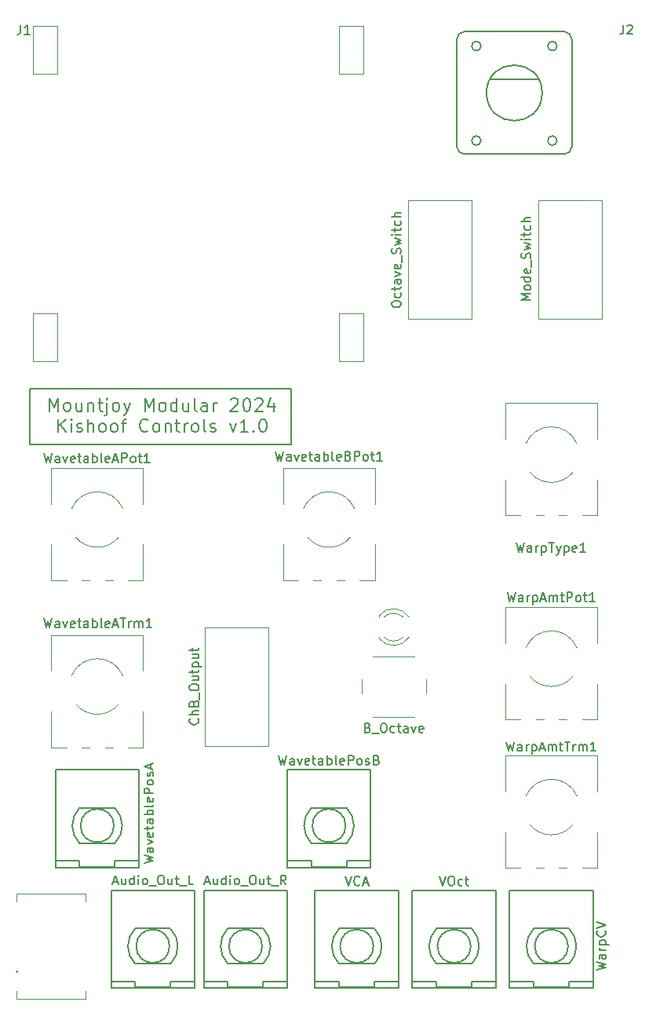
<source format=gbr>
%TF.GenerationSoftware,KiCad,Pcbnew,8.0.1*%
%TF.CreationDate,2024-04-24T15:17:24+01:00*%
%TF.ProjectId,Kishoof_Controls,4b697368-6f6f-4665-9f43-6f6e74726f6c,rev?*%
%TF.SameCoordinates,Original*%
%TF.FileFunction,Legend,Top*%
%TF.FilePolarity,Positive*%
%FSLAX46Y46*%
G04 Gerber Fmt 4.6, Leading zero omitted, Abs format (unit mm)*
G04 Created by KiCad (PCBNEW 8.0.1) date 2024-04-24 15:17:24*
%MOMM*%
%LPD*%
G01*
G04 APERTURE LIST*
%ADD10C,0.150000*%
%ADD11C,0.200000*%
%ADD12C,0.120000*%
G04 APERTURE END LIST*
D10*
X58700000Y-80900000D02*
X86900000Y-80900000D01*
X86900000Y-86900000D01*
X58700000Y-86900000D01*
X58700000Y-80900000D01*
X57722493Y-41669819D02*
X57722493Y-42384104D01*
X57722493Y-42384104D02*
X57674874Y-42526961D01*
X57674874Y-42526961D02*
X57579636Y-42622200D01*
X57579636Y-42622200D02*
X57436779Y-42669819D01*
X57436779Y-42669819D02*
X57341541Y-42669819D01*
X58722493Y-42669819D02*
X58151065Y-42669819D01*
X58436779Y-42669819D02*
X58436779Y-41669819D01*
X58436779Y-41669819D02*
X58341541Y-41812676D01*
X58341541Y-41812676D02*
X58246303Y-41907914D01*
X58246303Y-41907914D02*
X58151065Y-41955533D01*
D11*
X122755387Y-41667219D02*
X122755387Y-42381504D01*
X122755387Y-42381504D02*
X122707768Y-42524361D01*
X122707768Y-42524361D02*
X122612530Y-42619600D01*
X122612530Y-42619600D02*
X122469673Y-42667219D01*
X122469673Y-42667219D02*
X122374435Y-42667219D01*
X123183959Y-41762457D02*
X123231578Y-41714838D01*
X123231578Y-41714838D02*
X123326816Y-41667219D01*
X123326816Y-41667219D02*
X123564911Y-41667219D01*
X123564911Y-41667219D02*
X123660149Y-41714838D01*
X123660149Y-41714838D02*
X123707768Y-41762457D01*
X123707768Y-41762457D02*
X123755387Y-41857695D01*
X123755387Y-41857695D02*
X123755387Y-41952933D01*
X123755387Y-41952933D02*
X123707768Y-42095790D01*
X123707768Y-42095790D02*
X123136340Y-42667219D01*
X123136340Y-42667219D02*
X123755387Y-42667219D01*
X60866665Y-83310305D02*
X60866665Y-81910305D01*
X60866665Y-81910305D02*
X61333332Y-82910305D01*
X61333332Y-82910305D02*
X61799998Y-81910305D01*
X61799998Y-81910305D02*
X61799998Y-83310305D01*
X62666665Y-83310305D02*
X62533332Y-83243639D01*
X62533332Y-83243639D02*
X62466665Y-83176972D01*
X62466665Y-83176972D02*
X62399998Y-83043639D01*
X62399998Y-83043639D02*
X62399998Y-82643639D01*
X62399998Y-82643639D02*
X62466665Y-82510305D01*
X62466665Y-82510305D02*
X62533332Y-82443639D01*
X62533332Y-82443639D02*
X62666665Y-82376972D01*
X62666665Y-82376972D02*
X62866665Y-82376972D01*
X62866665Y-82376972D02*
X62999998Y-82443639D01*
X62999998Y-82443639D02*
X63066665Y-82510305D01*
X63066665Y-82510305D02*
X63133332Y-82643639D01*
X63133332Y-82643639D02*
X63133332Y-83043639D01*
X63133332Y-83043639D02*
X63066665Y-83176972D01*
X63066665Y-83176972D02*
X62999998Y-83243639D01*
X62999998Y-83243639D02*
X62866665Y-83310305D01*
X62866665Y-83310305D02*
X62666665Y-83310305D01*
X64333332Y-82376972D02*
X64333332Y-83310305D01*
X63733332Y-82376972D02*
X63733332Y-83110305D01*
X63733332Y-83110305D02*
X63799999Y-83243639D01*
X63799999Y-83243639D02*
X63933332Y-83310305D01*
X63933332Y-83310305D02*
X64133332Y-83310305D01*
X64133332Y-83310305D02*
X64266665Y-83243639D01*
X64266665Y-83243639D02*
X64333332Y-83176972D01*
X64999999Y-82376972D02*
X64999999Y-83310305D01*
X64999999Y-82510305D02*
X65066666Y-82443639D01*
X65066666Y-82443639D02*
X65199999Y-82376972D01*
X65199999Y-82376972D02*
X65399999Y-82376972D01*
X65399999Y-82376972D02*
X65533332Y-82443639D01*
X65533332Y-82443639D02*
X65599999Y-82576972D01*
X65599999Y-82576972D02*
X65599999Y-83310305D01*
X66066666Y-82376972D02*
X66599999Y-82376972D01*
X66266666Y-81910305D02*
X66266666Y-83110305D01*
X66266666Y-83110305D02*
X66333333Y-83243639D01*
X66333333Y-83243639D02*
X66466666Y-83310305D01*
X66466666Y-83310305D02*
X66599999Y-83310305D01*
X67066666Y-82376972D02*
X67066666Y-83576972D01*
X67066666Y-83576972D02*
X66999999Y-83710305D01*
X66999999Y-83710305D02*
X66866666Y-83776972D01*
X66866666Y-83776972D02*
X66799999Y-83776972D01*
X67066666Y-81910305D02*
X66999999Y-81976972D01*
X66999999Y-81976972D02*
X67066666Y-82043639D01*
X67066666Y-82043639D02*
X67133333Y-81976972D01*
X67133333Y-81976972D02*
X67066666Y-81910305D01*
X67066666Y-81910305D02*
X67066666Y-82043639D01*
X67933333Y-83310305D02*
X67800000Y-83243639D01*
X67800000Y-83243639D02*
X67733333Y-83176972D01*
X67733333Y-83176972D02*
X67666666Y-83043639D01*
X67666666Y-83043639D02*
X67666666Y-82643639D01*
X67666666Y-82643639D02*
X67733333Y-82510305D01*
X67733333Y-82510305D02*
X67800000Y-82443639D01*
X67800000Y-82443639D02*
X67933333Y-82376972D01*
X67933333Y-82376972D02*
X68133333Y-82376972D01*
X68133333Y-82376972D02*
X68266666Y-82443639D01*
X68266666Y-82443639D02*
X68333333Y-82510305D01*
X68333333Y-82510305D02*
X68400000Y-82643639D01*
X68400000Y-82643639D02*
X68400000Y-83043639D01*
X68400000Y-83043639D02*
X68333333Y-83176972D01*
X68333333Y-83176972D02*
X68266666Y-83243639D01*
X68266666Y-83243639D02*
X68133333Y-83310305D01*
X68133333Y-83310305D02*
X67933333Y-83310305D01*
X68866667Y-82376972D02*
X69200000Y-83310305D01*
X69533333Y-82376972D02*
X69200000Y-83310305D01*
X69200000Y-83310305D02*
X69066667Y-83643639D01*
X69066667Y-83643639D02*
X69000000Y-83710305D01*
X69000000Y-83710305D02*
X68866667Y-83776972D01*
X71133334Y-83310305D02*
X71133334Y-81910305D01*
X71133334Y-81910305D02*
X71600001Y-82910305D01*
X71600001Y-82910305D02*
X72066667Y-81910305D01*
X72066667Y-81910305D02*
X72066667Y-83310305D01*
X72933334Y-83310305D02*
X72800001Y-83243639D01*
X72800001Y-83243639D02*
X72733334Y-83176972D01*
X72733334Y-83176972D02*
X72666667Y-83043639D01*
X72666667Y-83043639D02*
X72666667Y-82643639D01*
X72666667Y-82643639D02*
X72733334Y-82510305D01*
X72733334Y-82510305D02*
X72800001Y-82443639D01*
X72800001Y-82443639D02*
X72933334Y-82376972D01*
X72933334Y-82376972D02*
X73133334Y-82376972D01*
X73133334Y-82376972D02*
X73266667Y-82443639D01*
X73266667Y-82443639D02*
X73333334Y-82510305D01*
X73333334Y-82510305D02*
X73400001Y-82643639D01*
X73400001Y-82643639D02*
X73400001Y-83043639D01*
X73400001Y-83043639D02*
X73333334Y-83176972D01*
X73333334Y-83176972D02*
X73266667Y-83243639D01*
X73266667Y-83243639D02*
X73133334Y-83310305D01*
X73133334Y-83310305D02*
X72933334Y-83310305D01*
X74600001Y-83310305D02*
X74600001Y-81910305D01*
X74600001Y-83243639D02*
X74466668Y-83310305D01*
X74466668Y-83310305D02*
X74200001Y-83310305D01*
X74200001Y-83310305D02*
X74066668Y-83243639D01*
X74066668Y-83243639D02*
X74000001Y-83176972D01*
X74000001Y-83176972D02*
X73933334Y-83043639D01*
X73933334Y-83043639D02*
X73933334Y-82643639D01*
X73933334Y-82643639D02*
X74000001Y-82510305D01*
X74000001Y-82510305D02*
X74066668Y-82443639D01*
X74066668Y-82443639D02*
X74200001Y-82376972D01*
X74200001Y-82376972D02*
X74466668Y-82376972D01*
X74466668Y-82376972D02*
X74600001Y-82443639D01*
X75866668Y-82376972D02*
X75866668Y-83310305D01*
X75266668Y-82376972D02*
X75266668Y-83110305D01*
X75266668Y-83110305D02*
X75333335Y-83243639D01*
X75333335Y-83243639D02*
X75466668Y-83310305D01*
X75466668Y-83310305D02*
X75666668Y-83310305D01*
X75666668Y-83310305D02*
X75800001Y-83243639D01*
X75800001Y-83243639D02*
X75866668Y-83176972D01*
X76733335Y-83310305D02*
X76600002Y-83243639D01*
X76600002Y-83243639D02*
X76533335Y-83110305D01*
X76533335Y-83110305D02*
X76533335Y-81910305D01*
X77866668Y-83310305D02*
X77866668Y-82576972D01*
X77866668Y-82576972D02*
X77800001Y-82443639D01*
X77800001Y-82443639D02*
X77666668Y-82376972D01*
X77666668Y-82376972D02*
X77400001Y-82376972D01*
X77400001Y-82376972D02*
X77266668Y-82443639D01*
X77866668Y-83243639D02*
X77733335Y-83310305D01*
X77733335Y-83310305D02*
X77400001Y-83310305D01*
X77400001Y-83310305D02*
X77266668Y-83243639D01*
X77266668Y-83243639D02*
X77200001Y-83110305D01*
X77200001Y-83110305D02*
X77200001Y-82976972D01*
X77200001Y-82976972D02*
X77266668Y-82843639D01*
X77266668Y-82843639D02*
X77400001Y-82776972D01*
X77400001Y-82776972D02*
X77733335Y-82776972D01*
X77733335Y-82776972D02*
X77866668Y-82710305D01*
X78533335Y-83310305D02*
X78533335Y-82376972D01*
X78533335Y-82643639D02*
X78600002Y-82510305D01*
X78600002Y-82510305D02*
X78666668Y-82443639D01*
X78666668Y-82443639D02*
X78800002Y-82376972D01*
X78800002Y-82376972D02*
X78933335Y-82376972D01*
X80400002Y-82043639D02*
X80466669Y-81976972D01*
X80466669Y-81976972D02*
X80600002Y-81910305D01*
X80600002Y-81910305D02*
X80933336Y-81910305D01*
X80933336Y-81910305D02*
X81066669Y-81976972D01*
X81066669Y-81976972D02*
X81133336Y-82043639D01*
X81133336Y-82043639D02*
X81200002Y-82176972D01*
X81200002Y-82176972D02*
X81200002Y-82310305D01*
X81200002Y-82310305D02*
X81133336Y-82510305D01*
X81133336Y-82510305D02*
X80333336Y-83310305D01*
X80333336Y-83310305D02*
X81200002Y-83310305D01*
X82066669Y-81910305D02*
X82200002Y-81910305D01*
X82200002Y-81910305D02*
X82333335Y-81976972D01*
X82333335Y-81976972D02*
X82400002Y-82043639D01*
X82400002Y-82043639D02*
X82466669Y-82176972D01*
X82466669Y-82176972D02*
X82533335Y-82443639D01*
X82533335Y-82443639D02*
X82533335Y-82776972D01*
X82533335Y-82776972D02*
X82466669Y-83043639D01*
X82466669Y-83043639D02*
X82400002Y-83176972D01*
X82400002Y-83176972D02*
X82333335Y-83243639D01*
X82333335Y-83243639D02*
X82200002Y-83310305D01*
X82200002Y-83310305D02*
X82066669Y-83310305D01*
X82066669Y-83310305D02*
X81933335Y-83243639D01*
X81933335Y-83243639D02*
X81866669Y-83176972D01*
X81866669Y-83176972D02*
X81800002Y-83043639D01*
X81800002Y-83043639D02*
X81733335Y-82776972D01*
X81733335Y-82776972D02*
X81733335Y-82443639D01*
X81733335Y-82443639D02*
X81800002Y-82176972D01*
X81800002Y-82176972D02*
X81866669Y-82043639D01*
X81866669Y-82043639D02*
X81933335Y-81976972D01*
X81933335Y-81976972D02*
X82066669Y-81910305D01*
X83066668Y-82043639D02*
X83133335Y-81976972D01*
X83133335Y-81976972D02*
X83266668Y-81910305D01*
X83266668Y-81910305D02*
X83600002Y-81910305D01*
X83600002Y-81910305D02*
X83733335Y-81976972D01*
X83733335Y-81976972D02*
X83800002Y-82043639D01*
X83800002Y-82043639D02*
X83866668Y-82176972D01*
X83866668Y-82176972D02*
X83866668Y-82310305D01*
X83866668Y-82310305D02*
X83800002Y-82510305D01*
X83800002Y-82510305D02*
X83000002Y-83310305D01*
X83000002Y-83310305D02*
X83866668Y-83310305D01*
X85066668Y-82376972D02*
X85066668Y-83310305D01*
X84733335Y-81843639D02*
X84400001Y-82843639D01*
X84400001Y-82843639D02*
X85266668Y-82843639D01*
X61799999Y-85564227D02*
X61799999Y-84164227D01*
X62599999Y-85564227D02*
X61999999Y-84764227D01*
X62599999Y-84164227D02*
X61799999Y-84964227D01*
X63199999Y-85564227D02*
X63199999Y-84630894D01*
X63199999Y-84164227D02*
X63133332Y-84230894D01*
X63133332Y-84230894D02*
X63199999Y-84297561D01*
X63199999Y-84297561D02*
X63266666Y-84230894D01*
X63266666Y-84230894D02*
X63199999Y-84164227D01*
X63199999Y-84164227D02*
X63199999Y-84297561D01*
X63799999Y-85497561D02*
X63933333Y-85564227D01*
X63933333Y-85564227D02*
X64199999Y-85564227D01*
X64199999Y-85564227D02*
X64333333Y-85497561D01*
X64333333Y-85497561D02*
X64399999Y-85364227D01*
X64399999Y-85364227D02*
X64399999Y-85297561D01*
X64399999Y-85297561D02*
X64333333Y-85164227D01*
X64333333Y-85164227D02*
X64199999Y-85097561D01*
X64199999Y-85097561D02*
X63999999Y-85097561D01*
X63999999Y-85097561D02*
X63866666Y-85030894D01*
X63866666Y-85030894D02*
X63799999Y-84897561D01*
X63799999Y-84897561D02*
X63799999Y-84830894D01*
X63799999Y-84830894D02*
X63866666Y-84697561D01*
X63866666Y-84697561D02*
X63999999Y-84630894D01*
X63999999Y-84630894D02*
X64199999Y-84630894D01*
X64199999Y-84630894D02*
X64333333Y-84697561D01*
X64999999Y-85564227D02*
X64999999Y-84164227D01*
X65599999Y-85564227D02*
X65599999Y-84830894D01*
X65599999Y-84830894D02*
X65533332Y-84697561D01*
X65533332Y-84697561D02*
X65399999Y-84630894D01*
X65399999Y-84630894D02*
X65199999Y-84630894D01*
X65199999Y-84630894D02*
X65066666Y-84697561D01*
X65066666Y-84697561D02*
X64999999Y-84764227D01*
X66466666Y-85564227D02*
X66333333Y-85497561D01*
X66333333Y-85497561D02*
X66266666Y-85430894D01*
X66266666Y-85430894D02*
X66199999Y-85297561D01*
X66199999Y-85297561D02*
X66199999Y-84897561D01*
X66199999Y-84897561D02*
X66266666Y-84764227D01*
X66266666Y-84764227D02*
X66333333Y-84697561D01*
X66333333Y-84697561D02*
X66466666Y-84630894D01*
X66466666Y-84630894D02*
X66666666Y-84630894D01*
X66666666Y-84630894D02*
X66799999Y-84697561D01*
X66799999Y-84697561D02*
X66866666Y-84764227D01*
X66866666Y-84764227D02*
X66933333Y-84897561D01*
X66933333Y-84897561D02*
X66933333Y-85297561D01*
X66933333Y-85297561D02*
X66866666Y-85430894D01*
X66866666Y-85430894D02*
X66799999Y-85497561D01*
X66799999Y-85497561D02*
X66666666Y-85564227D01*
X66666666Y-85564227D02*
X66466666Y-85564227D01*
X67733333Y-85564227D02*
X67600000Y-85497561D01*
X67600000Y-85497561D02*
X67533333Y-85430894D01*
X67533333Y-85430894D02*
X67466666Y-85297561D01*
X67466666Y-85297561D02*
X67466666Y-84897561D01*
X67466666Y-84897561D02*
X67533333Y-84764227D01*
X67533333Y-84764227D02*
X67600000Y-84697561D01*
X67600000Y-84697561D02*
X67733333Y-84630894D01*
X67733333Y-84630894D02*
X67933333Y-84630894D01*
X67933333Y-84630894D02*
X68066666Y-84697561D01*
X68066666Y-84697561D02*
X68133333Y-84764227D01*
X68133333Y-84764227D02*
X68200000Y-84897561D01*
X68200000Y-84897561D02*
X68200000Y-85297561D01*
X68200000Y-85297561D02*
X68133333Y-85430894D01*
X68133333Y-85430894D02*
X68066666Y-85497561D01*
X68066666Y-85497561D02*
X67933333Y-85564227D01*
X67933333Y-85564227D02*
X67733333Y-85564227D01*
X68600000Y-84630894D02*
X69133333Y-84630894D01*
X68800000Y-85564227D02*
X68800000Y-84364227D01*
X68800000Y-84364227D02*
X68866667Y-84230894D01*
X68866667Y-84230894D02*
X69000000Y-84164227D01*
X69000000Y-84164227D02*
X69133333Y-84164227D01*
X71466667Y-85430894D02*
X71400000Y-85497561D01*
X71400000Y-85497561D02*
X71200000Y-85564227D01*
X71200000Y-85564227D02*
X71066667Y-85564227D01*
X71066667Y-85564227D02*
X70866667Y-85497561D01*
X70866667Y-85497561D02*
X70733334Y-85364227D01*
X70733334Y-85364227D02*
X70666667Y-85230894D01*
X70666667Y-85230894D02*
X70600000Y-84964227D01*
X70600000Y-84964227D02*
X70600000Y-84764227D01*
X70600000Y-84764227D02*
X70666667Y-84497561D01*
X70666667Y-84497561D02*
X70733334Y-84364227D01*
X70733334Y-84364227D02*
X70866667Y-84230894D01*
X70866667Y-84230894D02*
X71066667Y-84164227D01*
X71066667Y-84164227D02*
X71200000Y-84164227D01*
X71200000Y-84164227D02*
X71400000Y-84230894D01*
X71400000Y-84230894D02*
X71466667Y-84297561D01*
X72266667Y-85564227D02*
X72133334Y-85497561D01*
X72133334Y-85497561D02*
X72066667Y-85430894D01*
X72066667Y-85430894D02*
X72000000Y-85297561D01*
X72000000Y-85297561D02*
X72000000Y-84897561D01*
X72000000Y-84897561D02*
X72066667Y-84764227D01*
X72066667Y-84764227D02*
X72133334Y-84697561D01*
X72133334Y-84697561D02*
X72266667Y-84630894D01*
X72266667Y-84630894D02*
X72466667Y-84630894D01*
X72466667Y-84630894D02*
X72600000Y-84697561D01*
X72600000Y-84697561D02*
X72666667Y-84764227D01*
X72666667Y-84764227D02*
X72733334Y-84897561D01*
X72733334Y-84897561D02*
X72733334Y-85297561D01*
X72733334Y-85297561D02*
X72666667Y-85430894D01*
X72666667Y-85430894D02*
X72600000Y-85497561D01*
X72600000Y-85497561D02*
X72466667Y-85564227D01*
X72466667Y-85564227D02*
X72266667Y-85564227D01*
X73333334Y-84630894D02*
X73333334Y-85564227D01*
X73333334Y-84764227D02*
X73400001Y-84697561D01*
X73400001Y-84697561D02*
X73533334Y-84630894D01*
X73533334Y-84630894D02*
X73733334Y-84630894D01*
X73733334Y-84630894D02*
X73866667Y-84697561D01*
X73866667Y-84697561D02*
X73933334Y-84830894D01*
X73933334Y-84830894D02*
X73933334Y-85564227D01*
X74400001Y-84630894D02*
X74933334Y-84630894D01*
X74600001Y-84164227D02*
X74600001Y-85364227D01*
X74600001Y-85364227D02*
X74666668Y-85497561D01*
X74666668Y-85497561D02*
X74800001Y-85564227D01*
X74800001Y-85564227D02*
X74933334Y-85564227D01*
X75400001Y-85564227D02*
X75400001Y-84630894D01*
X75400001Y-84897561D02*
X75466668Y-84764227D01*
X75466668Y-84764227D02*
X75533334Y-84697561D01*
X75533334Y-84697561D02*
X75666668Y-84630894D01*
X75666668Y-84630894D02*
X75800001Y-84630894D01*
X76466668Y-85564227D02*
X76333335Y-85497561D01*
X76333335Y-85497561D02*
X76266668Y-85430894D01*
X76266668Y-85430894D02*
X76200001Y-85297561D01*
X76200001Y-85297561D02*
X76200001Y-84897561D01*
X76200001Y-84897561D02*
X76266668Y-84764227D01*
X76266668Y-84764227D02*
X76333335Y-84697561D01*
X76333335Y-84697561D02*
X76466668Y-84630894D01*
X76466668Y-84630894D02*
X76666668Y-84630894D01*
X76666668Y-84630894D02*
X76800001Y-84697561D01*
X76800001Y-84697561D02*
X76866668Y-84764227D01*
X76866668Y-84764227D02*
X76933335Y-84897561D01*
X76933335Y-84897561D02*
X76933335Y-85297561D01*
X76933335Y-85297561D02*
X76866668Y-85430894D01*
X76866668Y-85430894D02*
X76800001Y-85497561D01*
X76800001Y-85497561D02*
X76666668Y-85564227D01*
X76666668Y-85564227D02*
X76466668Y-85564227D01*
X77733335Y-85564227D02*
X77600002Y-85497561D01*
X77600002Y-85497561D02*
X77533335Y-85364227D01*
X77533335Y-85364227D02*
X77533335Y-84164227D01*
X78200001Y-85497561D02*
X78333335Y-85564227D01*
X78333335Y-85564227D02*
X78600001Y-85564227D01*
X78600001Y-85564227D02*
X78733335Y-85497561D01*
X78733335Y-85497561D02*
X78800001Y-85364227D01*
X78800001Y-85364227D02*
X78800001Y-85297561D01*
X78800001Y-85297561D02*
X78733335Y-85164227D01*
X78733335Y-85164227D02*
X78600001Y-85097561D01*
X78600001Y-85097561D02*
X78400001Y-85097561D01*
X78400001Y-85097561D02*
X78266668Y-85030894D01*
X78266668Y-85030894D02*
X78200001Y-84897561D01*
X78200001Y-84897561D02*
X78200001Y-84830894D01*
X78200001Y-84830894D02*
X78266668Y-84697561D01*
X78266668Y-84697561D02*
X78400001Y-84630894D01*
X78400001Y-84630894D02*
X78600001Y-84630894D01*
X78600001Y-84630894D02*
X78733335Y-84697561D01*
X80333335Y-84630894D02*
X80666668Y-85564227D01*
X80666668Y-85564227D02*
X81000001Y-84630894D01*
X82266668Y-85564227D02*
X81466668Y-85564227D01*
X81866668Y-85564227D02*
X81866668Y-84164227D01*
X81866668Y-84164227D02*
X81733335Y-84364227D01*
X81733335Y-84364227D02*
X81600002Y-84497561D01*
X81600002Y-84497561D02*
X81466668Y-84564227D01*
X82866668Y-85430894D02*
X82933335Y-85497561D01*
X82933335Y-85497561D02*
X82866668Y-85564227D01*
X82866668Y-85564227D02*
X82800001Y-85497561D01*
X82800001Y-85497561D02*
X82866668Y-85430894D01*
X82866668Y-85430894D02*
X82866668Y-85564227D01*
X83800002Y-84164227D02*
X83933335Y-84164227D01*
X83933335Y-84164227D02*
X84066668Y-84230894D01*
X84066668Y-84230894D02*
X84133335Y-84297561D01*
X84133335Y-84297561D02*
X84200002Y-84430894D01*
X84200002Y-84430894D02*
X84266668Y-84697561D01*
X84266668Y-84697561D02*
X84266668Y-85030894D01*
X84266668Y-85030894D02*
X84200002Y-85297561D01*
X84200002Y-85297561D02*
X84133335Y-85430894D01*
X84133335Y-85430894D02*
X84066668Y-85497561D01*
X84066668Y-85497561D02*
X83933335Y-85564227D01*
X83933335Y-85564227D02*
X83800002Y-85564227D01*
X83800002Y-85564227D02*
X83666668Y-85497561D01*
X83666668Y-85497561D02*
X83600002Y-85430894D01*
X83600002Y-85430894D02*
X83533335Y-85297561D01*
X83533335Y-85297561D02*
X83466668Y-85030894D01*
X83466668Y-85030894D02*
X83466668Y-84697561D01*
X83466668Y-84697561D02*
X83533335Y-84430894D01*
X83533335Y-84430894D02*
X83600002Y-84297561D01*
X83600002Y-84297561D02*
X83666668Y-84230894D01*
X83666668Y-84230894D02*
X83800002Y-84164227D01*
D10*
X92738095Y-133454819D02*
X93071428Y-134454819D01*
X93071428Y-134454819D02*
X93404761Y-133454819D01*
X94309523Y-134359580D02*
X94261904Y-134407200D01*
X94261904Y-134407200D02*
X94119047Y-134454819D01*
X94119047Y-134454819D02*
X94023809Y-134454819D01*
X94023809Y-134454819D02*
X93880952Y-134407200D01*
X93880952Y-134407200D02*
X93785714Y-134311961D01*
X93785714Y-134311961D02*
X93738095Y-134216723D01*
X93738095Y-134216723D02*
X93690476Y-134026247D01*
X93690476Y-134026247D02*
X93690476Y-133883390D01*
X93690476Y-133883390D02*
X93738095Y-133692914D01*
X93738095Y-133692914D02*
X93785714Y-133597676D01*
X93785714Y-133597676D02*
X93880952Y-133502438D01*
X93880952Y-133502438D02*
X94023809Y-133454819D01*
X94023809Y-133454819D02*
X94119047Y-133454819D01*
X94119047Y-133454819D02*
X94261904Y-133502438D01*
X94261904Y-133502438D02*
X94309523Y-133550057D01*
X94690476Y-134169104D02*
X95166666Y-134169104D01*
X94595238Y-134454819D02*
X94928571Y-133454819D01*
X94928571Y-133454819D02*
X95261904Y-134454819D01*
X77642857Y-134069104D02*
X78119047Y-134069104D01*
X77547619Y-134354819D02*
X77880952Y-133354819D01*
X77880952Y-133354819D02*
X78214285Y-134354819D01*
X78976190Y-133688152D02*
X78976190Y-134354819D01*
X78547619Y-133688152D02*
X78547619Y-134211961D01*
X78547619Y-134211961D02*
X78595238Y-134307200D01*
X78595238Y-134307200D02*
X78690476Y-134354819D01*
X78690476Y-134354819D02*
X78833333Y-134354819D01*
X78833333Y-134354819D02*
X78928571Y-134307200D01*
X78928571Y-134307200D02*
X78976190Y-134259580D01*
X79880952Y-134354819D02*
X79880952Y-133354819D01*
X79880952Y-134307200D02*
X79785714Y-134354819D01*
X79785714Y-134354819D02*
X79595238Y-134354819D01*
X79595238Y-134354819D02*
X79500000Y-134307200D01*
X79500000Y-134307200D02*
X79452381Y-134259580D01*
X79452381Y-134259580D02*
X79404762Y-134164342D01*
X79404762Y-134164342D02*
X79404762Y-133878628D01*
X79404762Y-133878628D02*
X79452381Y-133783390D01*
X79452381Y-133783390D02*
X79500000Y-133735771D01*
X79500000Y-133735771D02*
X79595238Y-133688152D01*
X79595238Y-133688152D02*
X79785714Y-133688152D01*
X79785714Y-133688152D02*
X79880952Y-133735771D01*
X80357143Y-134354819D02*
X80357143Y-133688152D01*
X80357143Y-133354819D02*
X80309524Y-133402438D01*
X80309524Y-133402438D02*
X80357143Y-133450057D01*
X80357143Y-133450057D02*
X80404762Y-133402438D01*
X80404762Y-133402438D02*
X80357143Y-133354819D01*
X80357143Y-133354819D02*
X80357143Y-133450057D01*
X80976190Y-134354819D02*
X80880952Y-134307200D01*
X80880952Y-134307200D02*
X80833333Y-134259580D01*
X80833333Y-134259580D02*
X80785714Y-134164342D01*
X80785714Y-134164342D02*
X80785714Y-133878628D01*
X80785714Y-133878628D02*
X80833333Y-133783390D01*
X80833333Y-133783390D02*
X80880952Y-133735771D01*
X80880952Y-133735771D02*
X80976190Y-133688152D01*
X80976190Y-133688152D02*
X81119047Y-133688152D01*
X81119047Y-133688152D02*
X81214285Y-133735771D01*
X81214285Y-133735771D02*
X81261904Y-133783390D01*
X81261904Y-133783390D02*
X81309523Y-133878628D01*
X81309523Y-133878628D02*
X81309523Y-134164342D01*
X81309523Y-134164342D02*
X81261904Y-134259580D01*
X81261904Y-134259580D02*
X81214285Y-134307200D01*
X81214285Y-134307200D02*
X81119047Y-134354819D01*
X81119047Y-134354819D02*
X80976190Y-134354819D01*
X81500000Y-134450057D02*
X82261904Y-134450057D01*
X82690476Y-133354819D02*
X82880952Y-133354819D01*
X82880952Y-133354819D02*
X82976190Y-133402438D01*
X82976190Y-133402438D02*
X83071428Y-133497676D01*
X83071428Y-133497676D02*
X83119047Y-133688152D01*
X83119047Y-133688152D02*
X83119047Y-134021485D01*
X83119047Y-134021485D02*
X83071428Y-134211961D01*
X83071428Y-134211961D02*
X82976190Y-134307200D01*
X82976190Y-134307200D02*
X82880952Y-134354819D01*
X82880952Y-134354819D02*
X82690476Y-134354819D01*
X82690476Y-134354819D02*
X82595238Y-134307200D01*
X82595238Y-134307200D02*
X82500000Y-134211961D01*
X82500000Y-134211961D02*
X82452381Y-134021485D01*
X82452381Y-134021485D02*
X82452381Y-133688152D01*
X82452381Y-133688152D02*
X82500000Y-133497676D01*
X82500000Y-133497676D02*
X82595238Y-133402438D01*
X82595238Y-133402438D02*
X82690476Y-133354819D01*
X83976190Y-133688152D02*
X83976190Y-134354819D01*
X83547619Y-133688152D02*
X83547619Y-134211961D01*
X83547619Y-134211961D02*
X83595238Y-134307200D01*
X83595238Y-134307200D02*
X83690476Y-134354819D01*
X83690476Y-134354819D02*
X83833333Y-134354819D01*
X83833333Y-134354819D02*
X83928571Y-134307200D01*
X83928571Y-134307200D02*
X83976190Y-134259580D01*
X84309524Y-133688152D02*
X84690476Y-133688152D01*
X84452381Y-133354819D02*
X84452381Y-134211961D01*
X84452381Y-134211961D02*
X84500000Y-134307200D01*
X84500000Y-134307200D02*
X84595238Y-134354819D01*
X84595238Y-134354819D02*
X84690476Y-134354819D01*
X84785715Y-134450057D02*
X85547619Y-134450057D01*
X86357143Y-134354819D02*
X86023810Y-133878628D01*
X85785715Y-134354819D02*
X85785715Y-133354819D01*
X85785715Y-133354819D02*
X86166667Y-133354819D01*
X86166667Y-133354819D02*
X86261905Y-133402438D01*
X86261905Y-133402438D02*
X86309524Y-133450057D01*
X86309524Y-133450057D02*
X86357143Y-133545295D01*
X86357143Y-133545295D02*
X86357143Y-133688152D01*
X86357143Y-133688152D02*
X86309524Y-133783390D01*
X86309524Y-133783390D02*
X86261905Y-133831009D01*
X86261905Y-133831009D02*
X86166667Y-133878628D01*
X86166667Y-133878628D02*
X85785715Y-133878628D01*
X119854819Y-143571428D02*
X120854819Y-143333333D01*
X120854819Y-143333333D02*
X120140533Y-143142857D01*
X120140533Y-143142857D02*
X120854819Y-142952381D01*
X120854819Y-142952381D02*
X119854819Y-142714286D01*
X120854819Y-141904762D02*
X120331009Y-141904762D01*
X120331009Y-141904762D02*
X120235771Y-141952381D01*
X120235771Y-141952381D02*
X120188152Y-142047619D01*
X120188152Y-142047619D02*
X120188152Y-142238095D01*
X120188152Y-142238095D02*
X120235771Y-142333333D01*
X120807200Y-141904762D02*
X120854819Y-142000000D01*
X120854819Y-142000000D02*
X120854819Y-142238095D01*
X120854819Y-142238095D02*
X120807200Y-142333333D01*
X120807200Y-142333333D02*
X120711961Y-142380952D01*
X120711961Y-142380952D02*
X120616723Y-142380952D01*
X120616723Y-142380952D02*
X120521485Y-142333333D01*
X120521485Y-142333333D02*
X120473866Y-142238095D01*
X120473866Y-142238095D02*
X120473866Y-142000000D01*
X120473866Y-142000000D02*
X120426247Y-141904762D01*
X120854819Y-141428571D02*
X120188152Y-141428571D01*
X120378628Y-141428571D02*
X120283390Y-141380952D01*
X120283390Y-141380952D02*
X120235771Y-141333333D01*
X120235771Y-141333333D02*
X120188152Y-141238095D01*
X120188152Y-141238095D02*
X120188152Y-141142857D01*
X120188152Y-140809523D02*
X121188152Y-140809523D01*
X120235771Y-140809523D02*
X120188152Y-140714285D01*
X120188152Y-140714285D02*
X120188152Y-140523809D01*
X120188152Y-140523809D02*
X120235771Y-140428571D01*
X120235771Y-140428571D02*
X120283390Y-140380952D01*
X120283390Y-140380952D02*
X120378628Y-140333333D01*
X120378628Y-140333333D02*
X120664342Y-140333333D01*
X120664342Y-140333333D02*
X120759580Y-140380952D01*
X120759580Y-140380952D02*
X120807200Y-140428571D01*
X120807200Y-140428571D02*
X120854819Y-140523809D01*
X120854819Y-140523809D02*
X120854819Y-140714285D01*
X120854819Y-140714285D02*
X120807200Y-140809523D01*
X120759580Y-139333333D02*
X120807200Y-139380952D01*
X120807200Y-139380952D02*
X120854819Y-139523809D01*
X120854819Y-139523809D02*
X120854819Y-139619047D01*
X120854819Y-139619047D02*
X120807200Y-139761904D01*
X120807200Y-139761904D02*
X120711961Y-139857142D01*
X120711961Y-139857142D02*
X120616723Y-139904761D01*
X120616723Y-139904761D02*
X120426247Y-139952380D01*
X120426247Y-139952380D02*
X120283390Y-139952380D01*
X120283390Y-139952380D02*
X120092914Y-139904761D01*
X120092914Y-139904761D02*
X119997676Y-139857142D01*
X119997676Y-139857142D02*
X119902438Y-139761904D01*
X119902438Y-139761904D02*
X119854819Y-139619047D01*
X119854819Y-139619047D02*
X119854819Y-139523809D01*
X119854819Y-139523809D02*
X119902438Y-139380952D01*
X119902438Y-139380952D02*
X119950057Y-139333333D01*
X119854819Y-139047618D02*
X120854819Y-138714285D01*
X120854819Y-138714285D02*
X119854819Y-138380952D01*
X111198095Y-97494819D02*
X111436190Y-98494819D01*
X111436190Y-98494819D02*
X111626666Y-97780533D01*
X111626666Y-97780533D02*
X111817142Y-98494819D01*
X111817142Y-98494819D02*
X112055238Y-97494819D01*
X112864761Y-98494819D02*
X112864761Y-97971009D01*
X112864761Y-97971009D02*
X112817142Y-97875771D01*
X112817142Y-97875771D02*
X112721904Y-97828152D01*
X112721904Y-97828152D02*
X112531428Y-97828152D01*
X112531428Y-97828152D02*
X112436190Y-97875771D01*
X112864761Y-98447200D02*
X112769523Y-98494819D01*
X112769523Y-98494819D02*
X112531428Y-98494819D01*
X112531428Y-98494819D02*
X112436190Y-98447200D01*
X112436190Y-98447200D02*
X112388571Y-98351961D01*
X112388571Y-98351961D02*
X112388571Y-98256723D01*
X112388571Y-98256723D02*
X112436190Y-98161485D01*
X112436190Y-98161485D02*
X112531428Y-98113866D01*
X112531428Y-98113866D02*
X112769523Y-98113866D01*
X112769523Y-98113866D02*
X112864761Y-98066247D01*
X113340952Y-98494819D02*
X113340952Y-97828152D01*
X113340952Y-98018628D02*
X113388571Y-97923390D01*
X113388571Y-97923390D02*
X113436190Y-97875771D01*
X113436190Y-97875771D02*
X113531428Y-97828152D01*
X113531428Y-97828152D02*
X113626666Y-97828152D01*
X113960000Y-97828152D02*
X113960000Y-98828152D01*
X113960000Y-97875771D02*
X114055238Y-97828152D01*
X114055238Y-97828152D02*
X114245714Y-97828152D01*
X114245714Y-97828152D02*
X114340952Y-97875771D01*
X114340952Y-97875771D02*
X114388571Y-97923390D01*
X114388571Y-97923390D02*
X114436190Y-98018628D01*
X114436190Y-98018628D02*
X114436190Y-98304342D01*
X114436190Y-98304342D02*
X114388571Y-98399580D01*
X114388571Y-98399580D02*
X114340952Y-98447200D01*
X114340952Y-98447200D02*
X114245714Y-98494819D01*
X114245714Y-98494819D02*
X114055238Y-98494819D01*
X114055238Y-98494819D02*
X113960000Y-98447200D01*
X114721905Y-97494819D02*
X115293333Y-97494819D01*
X115007619Y-98494819D02*
X115007619Y-97494819D01*
X115531429Y-97828152D02*
X115769524Y-98494819D01*
X116007619Y-97828152D02*
X115769524Y-98494819D01*
X115769524Y-98494819D02*
X115674286Y-98732914D01*
X115674286Y-98732914D02*
X115626667Y-98780533D01*
X115626667Y-98780533D02*
X115531429Y-98828152D01*
X116388572Y-97828152D02*
X116388572Y-98828152D01*
X116388572Y-97875771D02*
X116483810Y-97828152D01*
X116483810Y-97828152D02*
X116674286Y-97828152D01*
X116674286Y-97828152D02*
X116769524Y-97875771D01*
X116769524Y-97875771D02*
X116817143Y-97923390D01*
X116817143Y-97923390D02*
X116864762Y-98018628D01*
X116864762Y-98018628D02*
X116864762Y-98304342D01*
X116864762Y-98304342D02*
X116817143Y-98399580D01*
X116817143Y-98399580D02*
X116769524Y-98447200D01*
X116769524Y-98447200D02*
X116674286Y-98494819D01*
X116674286Y-98494819D02*
X116483810Y-98494819D01*
X116483810Y-98494819D02*
X116388572Y-98447200D01*
X117674286Y-98447200D02*
X117579048Y-98494819D01*
X117579048Y-98494819D02*
X117388572Y-98494819D01*
X117388572Y-98494819D02*
X117293334Y-98447200D01*
X117293334Y-98447200D02*
X117245715Y-98351961D01*
X117245715Y-98351961D02*
X117245715Y-97971009D01*
X117245715Y-97971009D02*
X117293334Y-97875771D01*
X117293334Y-97875771D02*
X117388572Y-97828152D01*
X117388572Y-97828152D02*
X117579048Y-97828152D01*
X117579048Y-97828152D02*
X117674286Y-97875771D01*
X117674286Y-97875771D02*
X117721905Y-97971009D01*
X117721905Y-97971009D02*
X117721905Y-98066247D01*
X117721905Y-98066247D02*
X117245715Y-98161485D01*
X118674286Y-98494819D02*
X118102858Y-98494819D01*
X118388572Y-98494819D02*
X118388572Y-97494819D01*
X118388572Y-97494819D02*
X118293334Y-97637676D01*
X118293334Y-97637676D02*
X118198096Y-97732914D01*
X118198096Y-97732914D02*
X118102858Y-97780533D01*
X102928571Y-133454819D02*
X103261904Y-134454819D01*
X103261904Y-134454819D02*
X103595237Y-133454819D01*
X104119047Y-133454819D02*
X104309523Y-133454819D01*
X104309523Y-133454819D02*
X104404761Y-133502438D01*
X104404761Y-133502438D02*
X104499999Y-133597676D01*
X104499999Y-133597676D02*
X104547618Y-133788152D01*
X104547618Y-133788152D02*
X104547618Y-134121485D01*
X104547618Y-134121485D02*
X104499999Y-134311961D01*
X104499999Y-134311961D02*
X104404761Y-134407200D01*
X104404761Y-134407200D02*
X104309523Y-134454819D01*
X104309523Y-134454819D02*
X104119047Y-134454819D01*
X104119047Y-134454819D02*
X104023809Y-134407200D01*
X104023809Y-134407200D02*
X103928571Y-134311961D01*
X103928571Y-134311961D02*
X103880952Y-134121485D01*
X103880952Y-134121485D02*
X103880952Y-133788152D01*
X103880952Y-133788152D02*
X103928571Y-133597676D01*
X103928571Y-133597676D02*
X104023809Y-133502438D01*
X104023809Y-133502438D02*
X104119047Y-133454819D01*
X105404761Y-134407200D02*
X105309523Y-134454819D01*
X105309523Y-134454819D02*
X105119047Y-134454819D01*
X105119047Y-134454819D02*
X105023809Y-134407200D01*
X105023809Y-134407200D02*
X104976190Y-134359580D01*
X104976190Y-134359580D02*
X104928571Y-134264342D01*
X104928571Y-134264342D02*
X104928571Y-133978628D01*
X104928571Y-133978628D02*
X104976190Y-133883390D01*
X104976190Y-133883390D02*
X105023809Y-133835771D01*
X105023809Y-133835771D02*
X105119047Y-133788152D01*
X105119047Y-133788152D02*
X105309523Y-133788152D01*
X105309523Y-133788152D02*
X105404761Y-133835771D01*
X105690476Y-133788152D02*
X106071428Y-133788152D01*
X105833333Y-133454819D02*
X105833333Y-134311961D01*
X105833333Y-134311961D02*
X105880952Y-134407200D01*
X105880952Y-134407200D02*
X105976190Y-134454819D01*
X105976190Y-134454819D02*
X106071428Y-134454819D01*
X85214285Y-87654819D02*
X85452380Y-88654819D01*
X85452380Y-88654819D02*
X85642856Y-87940533D01*
X85642856Y-87940533D02*
X85833332Y-88654819D01*
X85833332Y-88654819D02*
X86071428Y-87654819D01*
X86880951Y-88654819D02*
X86880951Y-88131009D01*
X86880951Y-88131009D02*
X86833332Y-88035771D01*
X86833332Y-88035771D02*
X86738094Y-87988152D01*
X86738094Y-87988152D02*
X86547618Y-87988152D01*
X86547618Y-87988152D02*
X86452380Y-88035771D01*
X86880951Y-88607200D02*
X86785713Y-88654819D01*
X86785713Y-88654819D02*
X86547618Y-88654819D01*
X86547618Y-88654819D02*
X86452380Y-88607200D01*
X86452380Y-88607200D02*
X86404761Y-88511961D01*
X86404761Y-88511961D02*
X86404761Y-88416723D01*
X86404761Y-88416723D02*
X86452380Y-88321485D01*
X86452380Y-88321485D02*
X86547618Y-88273866D01*
X86547618Y-88273866D02*
X86785713Y-88273866D01*
X86785713Y-88273866D02*
X86880951Y-88226247D01*
X87261904Y-87988152D02*
X87499999Y-88654819D01*
X87499999Y-88654819D02*
X87738094Y-87988152D01*
X88499999Y-88607200D02*
X88404761Y-88654819D01*
X88404761Y-88654819D02*
X88214285Y-88654819D01*
X88214285Y-88654819D02*
X88119047Y-88607200D01*
X88119047Y-88607200D02*
X88071428Y-88511961D01*
X88071428Y-88511961D02*
X88071428Y-88131009D01*
X88071428Y-88131009D02*
X88119047Y-88035771D01*
X88119047Y-88035771D02*
X88214285Y-87988152D01*
X88214285Y-87988152D02*
X88404761Y-87988152D01*
X88404761Y-87988152D02*
X88499999Y-88035771D01*
X88499999Y-88035771D02*
X88547618Y-88131009D01*
X88547618Y-88131009D02*
X88547618Y-88226247D01*
X88547618Y-88226247D02*
X88071428Y-88321485D01*
X88833333Y-87988152D02*
X89214285Y-87988152D01*
X88976190Y-87654819D02*
X88976190Y-88511961D01*
X88976190Y-88511961D02*
X89023809Y-88607200D01*
X89023809Y-88607200D02*
X89119047Y-88654819D01*
X89119047Y-88654819D02*
X89214285Y-88654819D01*
X89976190Y-88654819D02*
X89976190Y-88131009D01*
X89976190Y-88131009D02*
X89928571Y-88035771D01*
X89928571Y-88035771D02*
X89833333Y-87988152D01*
X89833333Y-87988152D02*
X89642857Y-87988152D01*
X89642857Y-87988152D02*
X89547619Y-88035771D01*
X89976190Y-88607200D02*
X89880952Y-88654819D01*
X89880952Y-88654819D02*
X89642857Y-88654819D01*
X89642857Y-88654819D02*
X89547619Y-88607200D01*
X89547619Y-88607200D02*
X89500000Y-88511961D01*
X89500000Y-88511961D02*
X89500000Y-88416723D01*
X89500000Y-88416723D02*
X89547619Y-88321485D01*
X89547619Y-88321485D02*
X89642857Y-88273866D01*
X89642857Y-88273866D02*
X89880952Y-88273866D01*
X89880952Y-88273866D02*
X89976190Y-88226247D01*
X90452381Y-88654819D02*
X90452381Y-87654819D01*
X90452381Y-88035771D02*
X90547619Y-87988152D01*
X90547619Y-87988152D02*
X90738095Y-87988152D01*
X90738095Y-87988152D02*
X90833333Y-88035771D01*
X90833333Y-88035771D02*
X90880952Y-88083390D01*
X90880952Y-88083390D02*
X90928571Y-88178628D01*
X90928571Y-88178628D02*
X90928571Y-88464342D01*
X90928571Y-88464342D02*
X90880952Y-88559580D01*
X90880952Y-88559580D02*
X90833333Y-88607200D01*
X90833333Y-88607200D02*
X90738095Y-88654819D01*
X90738095Y-88654819D02*
X90547619Y-88654819D01*
X90547619Y-88654819D02*
X90452381Y-88607200D01*
X91500000Y-88654819D02*
X91404762Y-88607200D01*
X91404762Y-88607200D02*
X91357143Y-88511961D01*
X91357143Y-88511961D02*
X91357143Y-87654819D01*
X92261905Y-88607200D02*
X92166667Y-88654819D01*
X92166667Y-88654819D02*
X91976191Y-88654819D01*
X91976191Y-88654819D02*
X91880953Y-88607200D01*
X91880953Y-88607200D02*
X91833334Y-88511961D01*
X91833334Y-88511961D02*
X91833334Y-88131009D01*
X91833334Y-88131009D02*
X91880953Y-88035771D01*
X91880953Y-88035771D02*
X91976191Y-87988152D01*
X91976191Y-87988152D02*
X92166667Y-87988152D01*
X92166667Y-87988152D02*
X92261905Y-88035771D01*
X92261905Y-88035771D02*
X92309524Y-88131009D01*
X92309524Y-88131009D02*
X92309524Y-88226247D01*
X92309524Y-88226247D02*
X91833334Y-88321485D01*
X93071429Y-88131009D02*
X93214286Y-88178628D01*
X93214286Y-88178628D02*
X93261905Y-88226247D01*
X93261905Y-88226247D02*
X93309524Y-88321485D01*
X93309524Y-88321485D02*
X93309524Y-88464342D01*
X93309524Y-88464342D02*
X93261905Y-88559580D01*
X93261905Y-88559580D02*
X93214286Y-88607200D01*
X93214286Y-88607200D02*
X93119048Y-88654819D01*
X93119048Y-88654819D02*
X92738096Y-88654819D01*
X92738096Y-88654819D02*
X92738096Y-87654819D01*
X92738096Y-87654819D02*
X93071429Y-87654819D01*
X93071429Y-87654819D02*
X93166667Y-87702438D01*
X93166667Y-87702438D02*
X93214286Y-87750057D01*
X93214286Y-87750057D02*
X93261905Y-87845295D01*
X93261905Y-87845295D02*
X93261905Y-87940533D01*
X93261905Y-87940533D02*
X93214286Y-88035771D01*
X93214286Y-88035771D02*
X93166667Y-88083390D01*
X93166667Y-88083390D02*
X93071429Y-88131009D01*
X93071429Y-88131009D02*
X92738096Y-88131009D01*
X93738096Y-88654819D02*
X93738096Y-87654819D01*
X93738096Y-87654819D02*
X94119048Y-87654819D01*
X94119048Y-87654819D02*
X94214286Y-87702438D01*
X94214286Y-87702438D02*
X94261905Y-87750057D01*
X94261905Y-87750057D02*
X94309524Y-87845295D01*
X94309524Y-87845295D02*
X94309524Y-87988152D01*
X94309524Y-87988152D02*
X94261905Y-88083390D01*
X94261905Y-88083390D02*
X94214286Y-88131009D01*
X94214286Y-88131009D02*
X94119048Y-88178628D01*
X94119048Y-88178628D02*
X93738096Y-88178628D01*
X94880953Y-88654819D02*
X94785715Y-88607200D01*
X94785715Y-88607200D02*
X94738096Y-88559580D01*
X94738096Y-88559580D02*
X94690477Y-88464342D01*
X94690477Y-88464342D02*
X94690477Y-88178628D01*
X94690477Y-88178628D02*
X94738096Y-88083390D01*
X94738096Y-88083390D02*
X94785715Y-88035771D01*
X94785715Y-88035771D02*
X94880953Y-87988152D01*
X94880953Y-87988152D02*
X95023810Y-87988152D01*
X95023810Y-87988152D02*
X95119048Y-88035771D01*
X95119048Y-88035771D02*
X95166667Y-88083390D01*
X95166667Y-88083390D02*
X95214286Y-88178628D01*
X95214286Y-88178628D02*
X95214286Y-88464342D01*
X95214286Y-88464342D02*
X95166667Y-88559580D01*
X95166667Y-88559580D02*
X95119048Y-88607200D01*
X95119048Y-88607200D02*
X95023810Y-88654819D01*
X95023810Y-88654819D02*
X94880953Y-88654819D01*
X95500001Y-87988152D02*
X95880953Y-87988152D01*
X95642858Y-87654819D02*
X95642858Y-88511961D01*
X95642858Y-88511961D02*
X95690477Y-88607200D01*
X95690477Y-88607200D02*
X95785715Y-88654819D01*
X95785715Y-88654819D02*
X95880953Y-88654819D01*
X96738096Y-88654819D02*
X96166668Y-88654819D01*
X96452382Y-88654819D02*
X96452382Y-87654819D01*
X96452382Y-87654819D02*
X96357144Y-87797676D01*
X96357144Y-87797676D02*
X96261906Y-87892914D01*
X96261906Y-87892914D02*
X96166668Y-87940533D01*
X110142857Y-118954819D02*
X110380952Y-119954819D01*
X110380952Y-119954819D02*
X110571428Y-119240533D01*
X110571428Y-119240533D02*
X110761904Y-119954819D01*
X110761904Y-119954819D02*
X111000000Y-118954819D01*
X111809523Y-119954819D02*
X111809523Y-119431009D01*
X111809523Y-119431009D02*
X111761904Y-119335771D01*
X111761904Y-119335771D02*
X111666666Y-119288152D01*
X111666666Y-119288152D02*
X111476190Y-119288152D01*
X111476190Y-119288152D02*
X111380952Y-119335771D01*
X111809523Y-119907200D02*
X111714285Y-119954819D01*
X111714285Y-119954819D02*
X111476190Y-119954819D01*
X111476190Y-119954819D02*
X111380952Y-119907200D01*
X111380952Y-119907200D02*
X111333333Y-119811961D01*
X111333333Y-119811961D02*
X111333333Y-119716723D01*
X111333333Y-119716723D02*
X111380952Y-119621485D01*
X111380952Y-119621485D02*
X111476190Y-119573866D01*
X111476190Y-119573866D02*
X111714285Y-119573866D01*
X111714285Y-119573866D02*
X111809523Y-119526247D01*
X112285714Y-119954819D02*
X112285714Y-119288152D01*
X112285714Y-119478628D02*
X112333333Y-119383390D01*
X112333333Y-119383390D02*
X112380952Y-119335771D01*
X112380952Y-119335771D02*
X112476190Y-119288152D01*
X112476190Y-119288152D02*
X112571428Y-119288152D01*
X112904762Y-119288152D02*
X112904762Y-120288152D01*
X112904762Y-119335771D02*
X113000000Y-119288152D01*
X113000000Y-119288152D02*
X113190476Y-119288152D01*
X113190476Y-119288152D02*
X113285714Y-119335771D01*
X113285714Y-119335771D02*
X113333333Y-119383390D01*
X113333333Y-119383390D02*
X113380952Y-119478628D01*
X113380952Y-119478628D02*
X113380952Y-119764342D01*
X113380952Y-119764342D02*
X113333333Y-119859580D01*
X113333333Y-119859580D02*
X113285714Y-119907200D01*
X113285714Y-119907200D02*
X113190476Y-119954819D01*
X113190476Y-119954819D02*
X113000000Y-119954819D01*
X113000000Y-119954819D02*
X112904762Y-119907200D01*
X113761905Y-119669104D02*
X114238095Y-119669104D01*
X113666667Y-119954819D02*
X114000000Y-118954819D01*
X114000000Y-118954819D02*
X114333333Y-119954819D01*
X114666667Y-119954819D02*
X114666667Y-119288152D01*
X114666667Y-119383390D02*
X114714286Y-119335771D01*
X114714286Y-119335771D02*
X114809524Y-119288152D01*
X114809524Y-119288152D02*
X114952381Y-119288152D01*
X114952381Y-119288152D02*
X115047619Y-119335771D01*
X115047619Y-119335771D02*
X115095238Y-119431009D01*
X115095238Y-119431009D02*
X115095238Y-119954819D01*
X115095238Y-119431009D02*
X115142857Y-119335771D01*
X115142857Y-119335771D02*
X115238095Y-119288152D01*
X115238095Y-119288152D02*
X115380952Y-119288152D01*
X115380952Y-119288152D02*
X115476191Y-119335771D01*
X115476191Y-119335771D02*
X115523810Y-119431009D01*
X115523810Y-119431009D02*
X115523810Y-119954819D01*
X115857143Y-119288152D02*
X116238095Y-119288152D01*
X116000000Y-118954819D02*
X116000000Y-119811961D01*
X116000000Y-119811961D02*
X116047619Y-119907200D01*
X116047619Y-119907200D02*
X116142857Y-119954819D01*
X116142857Y-119954819D02*
X116238095Y-119954819D01*
X116428572Y-118954819D02*
X117000000Y-118954819D01*
X116714286Y-119954819D02*
X116714286Y-118954819D01*
X117333334Y-119954819D02*
X117333334Y-119288152D01*
X117333334Y-119478628D02*
X117380953Y-119383390D01*
X117380953Y-119383390D02*
X117428572Y-119335771D01*
X117428572Y-119335771D02*
X117523810Y-119288152D01*
X117523810Y-119288152D02*
X117619048Y-119288152D01*
X117952382Y-119954819D02*
X117952382Y-119288152D01*
X117952382Y-119383390D02*
X118000001Y-119335771D01*
X118000001Y-119335771D02*
X118095239Y-119288152D01*
X118095239Y-119288152D02*
X118238096Y-119288152D01*
X118238096Y-119288152D02*
X118333334Y-119335771D01*
X118333334Y-119335771D02*
X118380953Y-119431009D01*
X118380953Y-119431009D02*
X118380953Y-119954819D01*
X118380953Y-119431009D02*
X118428572Y-119335771D01*
X118428572Y-119335771D02*
X118523810Y-119288152D01*
X118523810Y-119288152D02*
X118666667Y-119288152D01*
X118666667Y-119288152D02*
X118761906Y-119335771D01*
X118761906Y-119335771D02*
X118809525Y-119431009D01*
X118809525Y-119431009D02*
X118809525Y-119954819D01*
X119809524Y-119954819D02*
X119238096Y-119954819D01*
X119523810Y-119954819D02*
X119523810Y-118954819D01*
X119523810Y-118954819D02*
X119428572Y-119097676D01*
X119428572Y-119097676D02*
X119333334Y-119192914D01*
X119333334Y-119192914D02*
X119238096Y-119240533D01*
X67738095Y-134069104D02*
X68214285Y-134069104D01*
X67642857Y-134354819D02*
X67976190Y-133354819D01*
X67976190Y-133354819D02*
X68309523Y-134354819D01*
X69071428Y-133688152D02*
X69071428Y-134354819D01*
X68642857Y-133688152D02*
X68642857Y-134211961D01*
X68642857Y-134211961D02*
X68690476Y-134307200D01*
X68690476Y-134307200D02*
X68785714Y-134354819D01*
X68785714Y-134354819D02*
X68928571Y-134354819D01*
X68928571Y-134354819D02*
X69023809Y-134307200D01*
X69023809Y-134307200D02*
X69071428Y-134259580D01*
X69976190Y-134354819D02*
X69976190Y-133354819D01*
X69976190Y-134307200D02*
X69880952Y-134354819D01*
X69880952Y-134354819D02*
X69690476Y-134354819D01*
X69690476Y-134354819D02*
X69595238Y-134307200D01*
X69595238Y-134307200D02*
X69547619Y-134259580D01*
X69547619Y-134259580D02*
X69500000Y-134164342D01*
X69500000Y-134164342D02*
X69500000Y-133878628D01*
X69500000Y-133878628D02*
X69547619Y-133783390D01*
X69547619Y-133783390D02*
X69595238Y-133735771D01*
X69595238Y-133735771D02*
X69690476Y-133688152D01*
X69690476Y-133688152D02*
X69880952Y-133688152D01*
X69880952Y-133688152D02*
X69976190Y-133735771D01*
X70452381Y-134354819D02*
X70452381Y-133688152D01*
X70452381Y-133354819D02*
X70404762Y-133402438D01*
X70404762Y-133402438D02*
X70452381Y-133450057D01*
X70452381Y-133450057D02*
X70500000Y-133402438D01*
X70500000Y-133402438D02*
X70452381Y-133354819D01*
X70452381Y-133354819D02*
X70452381Y-133450057D01*
X71071428Y-134354819D02*
X70976190Y-134307200D01*
X70976190Y-134307200D02*
X70928571Y-134259580D01*
X70928571Y-134259580D02*
X70880952Y-134164342D01*
X70880952Y-134164342D02*
X70880952Y-133878628D01*
X70880952Y-133878628D02*
X70928571Y-133783390D01*
X70928571Y-133783390D02*
X70976190Y-133735771D01*
X70976190Y-133735771D02*
X71071428Y-133688152D01*
X71071428Y-133688152D02*
X71214285Y-133688152D01*
X71214285Y-133688152D02*
X71309523Y-133735771D01*
X71309523Y-133735771D02*
X71357142Y-133783390D01*
X71357142Y-133783390D02*
X71404761Y-133878628D01*
X71404761Y-133878628D02*
X71404761Y-134164342D01*
X71404761Y-134164342D02*
X71357142Y-134259580D01*
X71357142Y-134259580D02*
X71309523Y-134307200D01*
X71309523Y-134307200D02*
X71214285Y-134354819D01*
X71214285Y-134354819D02*
X71071428Y-134354819D01*
X71595238Y-134450057D02*
X72357142Y-134450057D01*
X72785714Y-133354819D02*
X72976190Y-133354819D01*
X72976190Y-133354819D02*
X73071428Y-133402438D01*
X73071428Y-133402438D02*
X73166666Y-133497676D01*
X73166666Y-133497676D02*
X73214285Y-133688152D01*
X73214285Y-133688152D02*
X73214285Y-134021485D01*
X73214285Y-134021485D02*
X73166666Y-134211961D01*
X73166666Y-134211961D02*
X73071428Y-134307200D01*
X73071428Y-134307200D02*
X72976190Y-134354819D01*
X72976190Y-134354819D02*
X72785714Y-134354819D01*
X72785714Y-134354819D02*
X72690476Y-134307200D01*
X72690476Y-134307200D02*
X72595238Y-134211961D01*
X72595238Y-134211961D02*
X72547619Y-134021485D01*
X72547619Y-134021485D02*
X72547619Y-133688152D01*
X72547619Y-133688152D02*
X72595238Y-133497676D01*
X72595238Y-133497676D02*
X72690476Y-133402438D01*
X72690476Y-133402438D02*
X72785714Y-133354819D01*
X74071428Y-133688152D02*
X74071428Y-134354819D01*
X73642857Y-133688152D02*
X73642857Y-134211961D01*
X73642857Y-134211961D02*
X73690476Y-134307200D01*
X73690476Y-134307200D02*
X73785714Y-134354819D01*
X73785714Y-134354819D02*
X73928571Y-134354819D01*
X73928571Y-134354819D02*
X74023809Y-134307200D01*
X74023809Y-134307200D02*
X74071428Y-134259580D01*
X74404762Y-133688152D02*
X74785714Y-133688152D01*
X74547619Y-133354819D02*
X74547619Y-134211961D01*
X74547619Y-134211961D02*
X74595238Y-134307200D01*
X74595238Y-134307200D02*
X74690476Y-134354819D01*
X74690476Y-134354819D02*
X74785714Y-134354819D01*
X74880953Y-134450057D02*
X75642857Y-134450057D01*
X76357143Y-134354819D02*
X75880953Y-134354819D01*
X75880953Y-134354819D02*
X75880953Y-133354819D01*
X95190475Y-117431009D02*
X95333332Y-117478628D01*
X95333332Y-117478628D02*
X95380951Y-117526247D01*
X95380951Y-117526247D02*
X95428570Y-117621485D01*
X95428570Y-117621485D02*
X95428570Y-117764342D01*
X95428570Y-117764342D02*
X95380951Y-117859580D01*
X95380951Y-117859580D02*
X95333332Y-117907200D01*
X95333332Y-117907200D02*
X95238094Y-117954819D01*
X95238094Y-117954819D02*
X94857142Y-117954819D01*
X94857142Y-117954819D02*
X94857142Y-116954819D01*
X94857142Y-116954819D02*
X95190475Y-116954819D01*
X95190475Y-116954819D02*
X95285713Y-117002438D01*
X95285713Y-117002438D02*
X95333332Y-117050057D01*
X95333332Y-117050057D02*
X95380951Y-117145295D01*
X95380951Y-117145295D02*
X95380951Y-117240533D01*
X95380951Y-117240533D02*
X95333332Y-117335771D01*
X95333332Y-117335771D02*
X95285713Y-117383390D01*
X95285713Y-117383390D02*
X95190475Y-117431009D01*
X95190475Y-117431009D02*
X94857142Y-117431009D01*
X95619047Y-118050057D02*
X96380951Y-118050057D01*
X96809523Y-116954819D02*
X96999999Y-116954819D01*
X96999999Y-116954819D02*
X97095237Y-117002438D01*
X97095237Y-117002438D02*
X97190475Y-117097676D01*
X97190475Y-117097676D02*
X97238094Y-117288152D01*
X97238094Y-117288152D02*
X97238094Y-117621485D01*
X97238094Y-117621485D02*
X97190475Y-117811961D01*
X97190475Y-117811961D02*
X97095237Y-117907200D01*
X97095237Y-117907200D02*
X96999999Y-117954819D01*
X96999999Y-117954819D02*
X96809523Y-117954819D01*
X96809523Y-117954819D02*
X96714285Y-117907200D01*
X96714285Y-117907200D02*
X96619047Y-117811961D01*
X96619047Y-117811961D02*
X96571428Y-117621485D01*
X96571428Y-117621485D02*
X96571428Y-117288152D01*
X96571428Y-117288152D02*
X96619047Y-117097676D01*
X96619047Y-117097676D02*
X96714285Y-117002438D01*
X96714285Y-117002438D02*
X96809523Y-116954819D01*
X98095237Y-117907200D02*
X97999999Y-117954819D01*
X97999999Y-117954819D02*
X97809523Y-117954819D01*
X97809523Y-117954819D02*
X97714285Y-117907200D01*
X97714285Y-117907200D02*
X97666666Y-117859580D01*
X97666666Y-117859580D02*
X97619047Y-117764342D01*
X97619047Y-117764342D02*
X97619047Y-117478628D01*
X97619047Y-117478628D02*
X97666666Y-117383390D01*
X97666666Y-117383390D02*
X97714285Y-117335771D01*
X97714285Y-117335771D02*
X97809523Y-117288152D01*
X97809523Y-117288152D02*
X97999999Y-117288152D01*
X97999999Y-117288152D02*
X98095237Y-117335771D01*
X98380952Y-117288152D02*
X98761904Y-117288152D01*
X98523809Y-116954819D02*
X98523809Y-117811961D01*
X98523809Y-117811961D02*
X98571428Y-117907200D01*
X98571428Y-117907200D02*
X98666666Y-117954819D01*
X98666666Y-117954819D02*
X98761904Y-117954819D01*
X99523809Y-117954819D02*
X99523809Y-117431009D01*
X99523809Y-117431009D02*
X99476190Y-117335771D01*
X99476190Y-117335771D02*
X99380952Y-117288152D01*
X99380952Y-117288152D02*
X99190476Y-117288152D01*
X99190476Y-117288152D02*
X99095238Y-117335771D01*
X99523809Y-117907200D02*
X99428571Y-117954819D01*
X99428571Y-117954819D02*
X99190476Y-117954819D01*
X99190476Y-117954819D02*
X99095238Y-117907200D01*
X99095238Y-117907200D02*
X99047619Y-117811961D01*
X99047619Y-117811961D02*
X99047619Y-117716723D01*
X99047619Y-117716723D02*
X99095238Y-117621485D01*
X99095238Y-117621485D02*
X99190476Y-117573866D01*
X99190476Y-117573866D02*
X99428571Y-117573866D01*
X99428571Y-117573866D02*
X99523809Y-117526247D01*
X99904762Y-117288152D02*
X100142857Y-117954819D01*
X100142857Y-117954819D02*
X100380952Y-117288152D01*
X101142857Y-117907200D02*
X101047619Y-117954819D01*
X101047619Y-117954819D02*
X100857143Y-117954819D01*
X100857143Y-117954819D02*
X100761905Y-117907200D01*
X100761905Y-117907200D02*
X100714286Y-117811961D01*
X100714286Y-117811961D02*
X100714286Y-117431009D01*
X100714286Y-117431009D02*
X100761905Y-117335771D01*
X100761905Y-117335771D02*
X100857143Y-117288152D01*
X100857143Y-117288152D02*
X101047619Y-117288152D01*
X101047619Y-117288152D02*
X101142857Y-117335771D01*
X101142857Y-117335771D02*
X101190476Y-117431009D01*
X101190476Y-117431009D02*
X101190476Y-117526247D01*
X101190476Y-117526247D02*
X100714286Y-117621485D01*
X112754819Y-71352380D02*
X111754819Y-71352380D01*
X111754819Y-71352380D02*
X112469104Y-71019047D01*
X112469104Y-71019047D02*
X111754819Y-70685714D01*
X111754819Y-70685714D02*
X112754819Y-70685714D01*
X112754819Y-70066666D02*
X112707200Y-70161904D01*
X112707200Y-70161904D02*
X112659580Y-70209523D01*
X112659580Y-70209523D02*
X112564342Y-70257142D01*
X112564342Y-70257142D02*
X112278628Y-70257142D01*
X112278628Y-70257142D02*
X112183390Y-70209523D01*
X112183390Y-70209523D02*
X112135771Y-70161904D01*
X112135771Y-70161904D02*
X112088152Y-70066666D01*
X112088152Y-70066666D02*
X112088152Y-69923809D01*
X112088152Y-69923809D02*
X112135771Y-69828571D01*
X112135771Y-69828571D02*
X112183390Y-69780952D01*
X112183390Y-69780952D02*
X112278628Y-69733333D01*
X112278628Y-69733333D02*
X112564342Y-69733333D01*
X112564342Y-69733333D02*
X112659580Y-69780952D01*
X112659580Y-69780952D02*
X112707200Y-69828571D01*
X112707200Y-69828571D02*
X112754819Y-69923809D01*
X112754819Y-69923809D02*
X112754819Y-70066666D01*
X112754819Y-68876190D02*
X111754819Y-68876190D01*
X112707200Y-68876190D02*
X112754819Y-68971428D01*
X112754819Y-68971428D02*
X112754819Y-69161904D01*
X112754819Y-69161904D02*
X112707200Y-69257142D01*
X112707200Y-69257142D02*
X112659580Y-69304761D01*
X112659580Y-69304761D02*
X112564342Y-69352380D01*
X112564342Y-69352380D02*
X112278628Y-69352380D01*
X112278628Y-69352380D02*
X112183390Y-69304761D01*
X112183390Y-69304761D02*
X112135771Y-69257142D01*
X112135771Y-69257142D02*
X112088152Y-69161904D01*
X112088152Y-69161904D02*
X112088152Y-68971428D01*
X112088152Y-68971428D02*
X112135771Y-68876190D01*
X112707200Y-68019047D02*
X112754819Y-68114285D01*
X112754819Y-68114285D02*
X112754819Y-68304761D01*
X112754819Y-68304761D02*
X112707200Y-68399999D01*
X112707200Y-68399999D02*
X112611961Y-68447618D01*
X112611961Y-68447618D02*
X112231009Y-68447618D01*
X112231009Y-68447618D02*
X112135771Y-68399999D01*
X112135771Y-68399999D02*
X112088152Y-68304761D01*
X112088152Y-68304761D02*
X112088152Y-68114285D01*
X112088152Y-68114285D02*
X112135771Y-68019047D01*
X112135771Y-68019047D02*
X112231009Y-67971428D01*
X112231009Y-67971428D02*
X112326247Y-67971428D01*
X112326247Y-67971428D02*
X112421485Y-68447618D01*
X112850057Y-67780952D02*
X112850057Y-67019047D01*
X112707200Y-66828570D02*
X112754819Y-66685713D01*
X112754819Y-66685713D02*
X112754819Y-66447618D01*
X112754819Y-66447618D02*
X112707200Y-66352380D01*
X112707200Y-66352380D02*
X112659580Y-66304761D01*
X112659580Y-66304761D02*
X112564342Y-66257142D01*
X112564342Y-66257142D02*
X112469104Y-66257142D01*
X112469104Y-66257142D02*
X112373866Y-66304761D01*
X112373866Y-66304761D02*
X112326247Y-66352380D01*
X112326247Y-66352380D02*
X112278628Y-66447618D01*
X112278628Y-66447618D02*
X112231009Y-66638094D01*
X112231009Y-66638094D02*
X112183390Y-66733332D01*
X112183390Y-66733332D02*
X112135771Y-66780951D01*
X112135771Y-66780951D02*
X112040533Y-66828570D01*
X112040533Y-66828570D02*
X111945295Y-66828570D01*
X111945295Y-66828570D02*
X111850057Y-66780951D01*
X111850057Y-66780951D02*
X111802438Y-66733332D01*
X111802438Y-66733332D02*
X111754819Y-66638094D01*
X111754819Y-66638094D02*
X111754819Y-66399999D01*
X111754819Y-66399999D02*
X111802438Y-66257142D01*
X112088152Y-65923808D02*
X112754819Y-65733332D01*
X112754819Y-65733332D02*
X112278628Y-65542856D01*
X112278628Y-65542856D02*
X112754819Y-65352380D01*
X112754819Y-65352380D02*
X112088152Y-65161904D01*
X112754819Y-64780951D02*
X112088152Y-64780951D01*
X111754819Y-64780951D02*
X111802438Y-64828570D01*
X111802438Y-64828570D02*
X111850057Y-64780951D01*
X111850057Y-64780951D02*
X111802438Y-64733332D01*
X111802438Y-64733332D02*
X111754819Y-64780951D01*
X111754819Y-64780951D02*
X111850057Y-64780951D01*
X112088152Y-64447618D02*
X112088152Y-64066666D01*
X111754819Y-64304761D02*
X112611961Y-64304761D01*
X112611961Y-64304761D02*
X112707200Y-64257142D01*
X112707200Y-64257142D02*
X112754819Y-64161904D01*
X112754819Y-64161904D02*
X112754819Y-64066666D01*
X112707200Y-63304761D02*
X112754819Y-63399999D01*
X112754819Y-63399999D02*
X112754819Y-63590475D01*
X112754819Y-63590475D02*
X112707200Y-63685713D01*
X112707200Y-63685713D02*
X112659580Y-63733332D01*
X112659580Y-63733332D02*
X112564342Y-63780951D01*
X112564342Y-63780951D02*
X112278628Y-63780951D01*
X112278628Y-63780951D02*
X112183390Y-63733332D01*
X112183390Y-63733332D02*
X112135771Y-63685713D01*
X112135771Y-63685713D02*
X112088152Y-63590475D01*
X112088152Y-63590475D02*
X112088152Y-63399999D01*
X112088152Y-63399999D02*
X112135771Y-63304761D01*
X112754819Y-62876189D02*
X111754819Y-62876189D01*
X112754819Y-62447618D02*
X112231009Y-62447618D01*
X112231009Y-62447618D02*
X112135771Y-62495237D01*
X112135771Y-62495237D02*
X112088152Y-62590475D01*
X112088152Y-62590475D02*
X112088152Y-62733332D01*
X112088152Y-62733332D02*
X112135771Y-62828570D01*
X112135771Y-62828570D02*
X112183390Y-62876189D01*
X71054819Y-132057143D02*
X72054819Y-131819048D01*
X72054819Y-131819048D02*
X71340533Y-131628572D01*
X71340533Y-131628572D02*
X72054819Y-131438096D01*
X72054819Y-131438096D02*
X71054819Y-131200001D01*
X72054819Y-130390477D02*
X71531009Y-130390477D01*
X71531009Y-130390477D02*
X71435771Y-130438096D01*
X71435771Y-130438096D02*
X71388152Y-130533334D01*
X71388152Y-130533334D02*
X71388152Y-130723810D01*
X71388152Y-130723810D02*
X71435771Y-130819048D01*
X72007200Y-130390477D02*
X72054819Y-130485715D01*
X72054819Y-130485715D02*
X72054819Y-130723810D01*
X72054819Y-130723810D02*
X72007200Y-130819048D01*
X72007200Y-130819048D02*
X71911961Y-130866667D01*
X71911961Y-130866667D02*
X71816723Y-130866667D01*
X71816723Y-130866667D02*
X71721485Y-130819048D01*
X71721485Y-130819048D02*
X71673866Y-130723810D01*
X71673866Y-130723810D02*
X71673866Y-130485715D01*
X71673866Y-130485715D02*
X71626247Y-130390477D01*
X71388152Y-130009524D02*
X72054819Y-129771429D01*
X72054819Y-129771429D02*
X71388152Y-129533334D01*
X72007200Y-128771429D02*
X72054819Y-128866667D01*
X72054819Y-128866667D02*
X72054819Y-129057143D01*
X72054819Y-129057143D02*
X72007200Y-129152381D01*
X72007200Y-129152381D02*
X71911961Y-129200000D01*
X71911961Y-129200000D02*
X71531009Y-129200000D01*
X71531009Y-129200000D02*
X71435771Y-129152381D01*
X71435771Y-129152381D02*
X71388152Y-129057143D01*
X71388152Y-129057143D02*
X71388152Y-128866667D01*
X71388152Y-128866667D02*
X71435771Y-128771429D01*
X71435771Y-128771429D02*
X71531009Y-128723810D01*
X71531009Y-128723810D02*
X71626247Y-128723810D01*
X71626247Y-128723810D02*
X71721485Y-129200000D01*
X71388152Y-128438095D02*
X71388152Y-128057143D01*
X71054819Y-128295238D02*
X71911961Y-128295238D01*
X71911961Y-128295238D02*
X72007200Y-128247619D01*
X72007200Y-128247619D02*
X72054819Y-128152381D01*
X72054819Y-128152381D02*
X72054819Y-128057143D01*
X72054819Y-127295238D02*
X71531009Y-127295238D01*
X71531009Y-127295238D02*
X71435771Y-127342857D01*
X71435771Y-127342857D02*
X71388152Y-127438095D01*
X71388152Y-127438095D02*
X71388152Y-127628571D01*
X71388152Y-127628571D02*
X71435771Y-127723809D01*
X72007200Y-127295238D02*
X72054819Y-127390476D01*
X72054819Y-127390476D02*
X72054819Y-127628571D01*
X72054819Y-127628571D02*
X72007200Y-127723809D01*
X72007200Y-127723809D02*
X71911961Y-127771428D01*
X71911961Y-127771428D02*
X71816723Y-127771428D01*
X71816723Y-127771428D02*
X71721485Y-127723809D01*
X71721485Y-127723809D02*
X71673866Y-127628571D01*
X71673866Y-127628571D02*
X71673866Y-127390476D01*
X71673866Y-127390476D02*
X71626247Y-127295238D01*
X72054819Y-126819047D02*
X71054819Y-126819047D01*
X71435771Y-126819047D02*
X71388152Y-126723809D01*
X71388152Y-126723809D02*
X71388152Y-126533333D01*
X71388152Y-126533333D02*
X71435771Y-126438095D01*
X71435771Y-126438095D02*
X71483390Y-126390476D01*
X71483390Y-126390476D02*
X71578628Y-126342857D01*
X71578628Y-126342857D02*
X71864342Y-126342857D01*
X71864342Y-126342857D02*
X71959580Y-126390476D01*
X71959580Y-126390476D02*
X72007200Y-126438095D01*
X72007200Y-126438095D02*
X72054819Y-126533333D01*
X72054819Y-126533333D02*
X72054819Y-126723809D01*
X72054819Y-126723809D02*
X72007200Y-126819047D01*
X72054819Y-125771428D02*
X72007200Y-125866666D01*
X72007200Y-125866666D02*
X71911961Y-125914285D01*
X71911961Y-125914285D02*
X71054819Y-125914285D01*
X72007200Y-125009523D02*
X72054819Y-125104761D01*
X72054819Y-125104761D02*
X72054819Y-125295237D01*
X72054819Y-125295237D02*
X72007200Y-125390475D01*
X72007200Y-125390475D02*
X71911961Y-125438094D01*
X71911961Y-125438094D02*
X71531009Y-125438094D01*
X71531009Y-125438094D02*
X71435771Y-125390475D01*
X71435771Y-125390475D02*
X71388152Y-125295237D01*
X71388152Y-125295237D02*
X71388152Y-125104761D01*
X71388152Y-125104761D02*
X71435771Y-125009523D01*
X71435771Y-125009523D02*
X71531009Y-124961904D01*
X71531009Y-124961904D02*
X71626247Y-124961904D01*
X71626247Y-124961904D02*
X71721485Y-125438094D01*
X72054819Y-124533332D02*
X71054819Y-124533332D01*
X71054819Y-124533332D02*
X71054819Y-124152380D01*
X71054819Y-124152380D02*
X71102438Y-124057142D01*
X71102438Y-124057142D02*
X71150057Y-124009523D01*
X71150057Y-124009523D02*
X71245295Y-123961904D01*
X71245295Y-123961904D02*
X71388152Y-123961904D01*
X71388152Y-123961904D02*
X71483390Y-124009523D01*
X71483390Y-124009523D02*
X71531009Y-124057142D01*
X71531009Y-124057142D02*
X71578628Y-124152380D01*
X71578628Y-124152380D02*
X71578628Y-124533332D01*
X72054819Y-123390475D02*
X72007200Y-123485713D01*
X72007200Y-123485713D02*
X71959580Y-123533332D01*
X71959580Y-123533332D02*
X71864342Y-123580951D01*
X71864342Y-123580951D02*
X71578628Y-123580951D01*
X71578628Y-123580951D02*
X71483390Y-123533332D01*
X71483390Y-123533332D02*
X71435771Y-123485713D01*
X71435771Y-123485713D02*
X71388152Y-123390475D01*
X71388152Y-123390475D02*
X71388152Y-123247618D01*
X71388152Y-123247618D02*
X71435771Y-123152380D01*
X71435771Y-123152380D02*
X71483390Y-123104761D01*
X71483390Y-123104761D02*
X71578628Y-123057142D01*
X71578628Y-123057142D02*
X71864342Y-123057142D01*
X71864342Y-123057142D02*
X71959580Y-123104761D01*
X71959580Y-123104761D02*
X72007200Y-123152380D01*
X72007200Y-123152380D02*
X72054819Y-123247618D01*
X72054819Y-123247618D02*
X72054819Y-123390475D01*
X72007200Y-122676189D02*
X72054819Y-122580951D01*
X72054819Y-122580951D02*
X72054819Y-122390475D01*
X72054819Y-122390475D02*
X72007200Y-122295237D01*
X72007200Y-122295237D02*
X71911961Y-122247618D01*
X71911961Y-122247618D02*
X71864342Y-122247618D01*
X71864342Y-122247618D02*
X71769104Y-122295237D01*
X71769104Y-122295237D02*
X71721485Y-122390475D01*
X71721485Y-122390475D02*
X71721485Y-122533332D01*
X71721485Y-122533332D02*
X71673866Y-122628570D01*
X71673866Y-122628570D02*
X71578628Y-122676189D01*
X71578628Y-122676189D02*
X71531009Y-122676189D01*
X71531009Y-122676189D02*
X71435771Y-122628570D01*
X71435771Y-122628570D02*
X71388152Y-122533332D01*
X71388152Y-122533332D02*
X71388152Y-122390475D01*
X71388152Y-122390475D02*
X71435771Y-122295237D01*
X71769104Y-121866665D02*
X71769104Y-121390475D01*
X72054819Y-121961903D02*
X71054819Y-121628570D01*
X71054819Y-121628570D02*
X72054819Y-121295237D01*
X60266666Y-105654819D02*
X60504761Y-106654819D01*
X60504761Y-106654819D02*
X60695237Y-105940533D01*
X60695237Y-105940533D02*
X60885713Y-106654819D01*
X60885713Y-106654819D02*
X61123809Y-105654819D01*
X61933332Y-106654819D02*
X61933332Y-106131009D01*
X61933332Y-106131009D02*
X61885713Y-106035771D01*
X61885713Y-106035771D02*
X61790475Y-105988152D01*
X61790475Y-105988152D02*
X61599999Y-105988152D01*
X61599999Y-105988152D02*
X61504761Y-106035771D01*
X61933332Y-106607200D02*
X61838094Y-106654819D01*
X61838094Y-106654819D02*
X61599999Y-106654819D01*
X61599999Y-106654819D02*
X61504761Y-106607200D01*
X61504761Y-106607200D02*
X61457142Y-106511961D01*
X61457142Y-106511961D02*
X61457142Y-106416723D01*
X61457142Y-106416723D02*
X61504761Y-106321485D01*
X61504761Y-106321485D02*
X61599999Y-106273866D01*
X61599999Y-106273866D02*
X61838094Y-106273866D01*
X61838094Y-106273866D02*
X61933332Y-106226247D01*
X62314285Y-105988152D02*
X62552380Y-106654819D01*
X62552380Y-106654819D02*
X62790475Y-105988152D01*
X63552380Y-106607200D02*
X63457142Y-106654819D01*
X63457142Y-106654819D02*
X63266666Y-106654819D01*
X63266666Y-106654819D02*
X63171428Y-106607200D01*
X63171428Y-106607200D02*
X63123809Y-106511961D01*
X63123809Y-106511961D02*
X63123809Y-106131009D01*
X63123809Y-106131009D02*
X63171428Y-106035771D01*
X63171428Y-106035771D02*
X63266666Y-105988152D01*
X63266666Y-105988152D02*
X63457142Y-105988152D01*
X63457142Y-105988152D02*
X63552380Y-106035771D01*
X63552380Y-106035771D02*
X63599999Y-106131009D01*
X63599999Y-106131009D02*
X63599999Y-106226247D01*
X63599999Y-106226247D02*
X63123809Y-106321485D01*
X63885714Y-105988152D02*
X64266666Y-105988152D01*
X64028571Y-105654819D02*
X64028571Y-106511961D01*
X64028571Y-106511961D02*
X64076190Y-106607200D01*
X64076190Y-106607200D02*
X64171428Y-106654819D01*
X64171428Y-106654819D02*
X64266666Y-106654819D01*
X65028571Y-106654819D02*
X65028571Y-106131009D01*
X65028571Y-106131009D02*
X64980952Y-106035771D01*
X64980952Y-106035771D02*
X64885714Y-105988152D01*
X64885714Y-105988152D02*
X64695238Y-105988152D01*
X64695238Y-105988152D02*
X64600000Y-106035771D01*
X65028571Y-106607200D02*
X64933333Y-106654819D01*
X64933333Y-106654819D02*
X64695238Y-106654819D01*
X64695238Y-106654819D02*
X64600000Y-106607200D01*
X64600000Y-106607200D02*
X64552381Y-106511961D01*
X64552381Y-106511961D02*
X64552381Y-106416723D01*
X64552381Y-106416723D02*
X64600000Y-106321485D01*
X64600000Y-106321485D02*
X64695238Y-106273866D01*
X64695238Y-106273866D02*
X64933333Y-106273866D01*
X64933333Y-106273866D02*
X65028571Y-106226247D01*
X65504762Y-106654819D02*
X65504762Y-105654819D01*
X65504762Y-106035771D02*
X65600000Y-105988152D01*
X65600000Y-105988152D02*
X65790476Y-105988152D01*
X65790476Y-105988152D02*
X65885714Y-106035771D01*
X65885714Y-106035771D02*
X65933333Y-106083390D01*
X65933333Y-106083390D02*
X65980952Y-106178628D01*
X65980952Y-106178628D02*
X65980952Y-106464342D01*
X65980952Y-106464342D02*
X65933333Y-106559580D01*
X65933333Y-106559580D02*
X65885714Y-106607200D01*
X65885714Y-106607200D02*
X65790476Y-106654819D01*
X65790476Y-106654819D02*
X65600000Y-106654819D01*
X65600000Y-106654819D02*
X65504762Y-106607200D01*
X66552381Y-106654819D02*
X66457143Y-106607200D01*
X66457143Y-106607200D02*
X66409524Y-106511961D01*
X66409524Y-106511961D02*
X66409524Y-105654819D01*
X67314286Y-106607200D02*
X67219048Y-106654819D01*
X67219048Y-106654819D02*
X67028572Y-106654819D01*
X67028572Y-106654819D02*
X66933334Y-106607200D01*
X66933334Y-106607200D02*
X66885715Y-106511961D01*
X66885715Y-106511961D02*
X66885715Y-106131009D01*
X66885715Y-106131009D02*
X66933334Y-106035771D01*
X66933334Y-106035771D02*
X67028572Y-105988152D01*
X67028572Y-105988152D02*
X67219048Y-105988152D01*
X67219048Y-105988152D02*
X67314286Y-106035771D01*
X67314286Y-106035771D02*
X67361905Y-106131009D01*
X67361905Y-106131009D02*
X67361905Y-106226247D01*
X67361905Y-106226247D02*
X66885715Y-106321485D01*
X67742858Y-106369104D02*
X68219048Y-106369104D01*
X67647620Y-106654819D02*
X67980953Y-105654819D01*
X67980953Y-105654819D02*
X68314286Y-106654819D01*
X68504763Y-105654819D02*
X69076191Y-105654819D01*
X68790477Y-106654819D02*
X68790477Y-105654819D01*
X69409525Y-106654819D02*
X69409525Y-105988152D01*
X69409525Y-106178628D02*
X69457144Y-106083390D01*
X69457144Y-106083390D02*
X69504763Y-106035771D01*
X69504763Y-106035771D02*
X69600001Y-105988152D01*
X69600001Y-105988152D02*
X69695239Y-105988152D01*
X70028573Y-106654819D02*
X70028573Y-105988152D01*
X70028573Y-106083390D02*
X70076192Y-106035771D01*
X70076192Y-106035771D02*
X70171430Y-105988152D01*
X70171430Y-105988152D02*
X70314287Y-105988152D01*
X70314287Y-105988152D02*
X70409525Y-106035771D01*
X70409525Y-106035771D02*
X70457144Y-106131009D01*
X70457144Y-106131009D02*
X70457144Y-106654819D01*
X70457144Y-106131009D02*
X70504763Y-106035771D01*
X70504763Y-106035771D02*
X70600001Y-105988152D01*
X70600001Y-105988152D02*
X70742858Y-105988152D01*
X70742858Y-105988152D02*
X70838097Y-106035771D01*
X70838097Y-106035771D02*
X70885716Y-106131009D01*
X70885716Y-106131009D02*
X70885716Y-106654819D01*
X71885715Y-106654819D02*
X71314287Y-106654819D01*
X71600001Y-106654819D02*
X71600001Y-105654819D01*
X71600001Y-105654819D02*
X71504763Y-105797676D01*
X71504763Y-105797676D02*
X71409525Y-105892914D01*
X71409525Y-105892914D02*
X71314287Y-105940533D01*
X60273213Y-87854819D02*
X60511308Y-88854819D01*
X60511308Y-88854819D02*
X60701784Y-88140533D01*
X60701784Y-88140533D02*
X60892260Y-88854819D01*
X60892260Y-88854819D02*
X61130356Y-87854819D01*
X61939879Y-88854819D02*
X61939879Y-88331009D01*
X61939879Y-88331009D02*
X61892260Y-88235771D01*
X61892260Y-88235771D02*
X61797022Y-88188152D01*
X61797022Y-88188152D02*
X61606546Y-88188152D01*
X61606546Y-88188152D02*
X61511308Y-88235771D01*
X61939879Y-88807200D02*
X61844641Y-88854819D01*
X61844641Y-88854819D02*
X61606546Y-88854819D01*
X61606546Y-88854819D02*
X61511308Y-88807200D01*
X61511308Y-88807200D02*
X61463689Y-88711961D01*
X61463689Y-88711961D02*
X61463689Y-88616723D01*
X61463689Y-88616723D02*
X61511308Y-88521485D01*
X61511308Y-88521485D02*
X61606546Y-88473866D01*
X61606546Y-88473866D02*
X61844641Y-88473866D01*
X61844641Y-88473866D02*
X61939879Y-88426247D01*
X62320832Y-88188152D02*
X62558927Y-88854819D01*
X62558927Y-88854819D02*
X62797022Y-88188152D01*
X63558927Y-88807200D02*
X63463689Y-88854819D01*
X63463689Y-88854819D02*
X63273213Y-88854819D01*
X63273213Y-88854819D02*
X63177975Y-88807200D01*
X63177975Y-88807200D02*
X63130356Y-88711961D01*
X63130356Y-88711961D02*
X63130356Y-88331009D01*
X63130356Y-88331009D02*
X63177975Y-88235771D01*
X63177975Y-88235771D02*
X63273213Y-88188152D01*
X63273213Y-88188152D02*
X63463689Y-88188152D01*
X63463689Y-88188152D02*
X63558927Y-88235771D01*
X63558927Y-88235771D02*
X63606546Y-88331009D01*
X63606546Y-88331009D02*
X63606546Y-88426247D01*
X63606546Y-88426247D02*
X63130356Y-88521485D01*
X63892261Y-88188152D02*
X64273213Y-88188152D01*
X64035118Y-87854819D02*
X64035118Y-88711961D01*
X64035118Y-88711961D02*
X64082737Y-88807200D01*
X64082737Y-88807200D02*
X64177975Y-88854819D01*
X64177975Y-88854819D02*
X64273213Y-88854819D01*
X65035118Y-88854819D02*
X65035118Y-88331009D01*
X65035118Y-88331009D02*
X64987499Y-88235771D01*
X64987499Y-88235771D02*
X64892261Y-88188152D01*
X64892261Y-88188152D02*
X64701785Y-88188152D01*
X64701785Y-88188152D02*
X64606547Y-88235771D01*
X65035118Y-88807200D02*
X64939880Y-88854819D01*
X64939880Y-88854819D02*
X64701785Y-88854819D01*
X64701785Y-88854819D02*
X64606547Y-88807200D01*
X64606547Y-88807200D02*
X64558928Y-88711961D01*
X64558928Y-88711961D02*
X64558928Y-88616723D01*
X64558928Y-88616723D02*
X64606547Y-88521485D01*
X64606547Y-88521485D02*
X64701785Y-88473866D01*
X64701785Y-88473866D02*
X64939880Y-88473866D01*
X64939880Y-88473866D02*
X65035118Y-88426247D01*
X65511309Y-88854819D02*
X65511309Y-87854819D01*
X65511309Y-88235771D02*
X65606547Y-88188152D01*
X65606547Y-88188152D02*
X65797023Y-88188152D01*
X65797023Y-88188152D02*
X65892261Y-88235771D01*
X65892261Y-88235771D02*
X65939880Y-88283390D01*
X65939880Y-88283390D02*
X65987499Y-88378628D01*
X65987499Y-88378628D02*
X65987499Y-88664342D01*
X65987499Y-88664342D02*
X65939880Y-88759580D01*
X65939880Y-88759580D02*
X65892261Y-88807200D01*
X65892261Y-88807200D02*
X65797023Y-88854819D01*
X65797023Y-88854819D02*
X65606547Y-88854819D01*
X65606547Y-88854819D02*
X65511309Y-88807200D01*
X66558928Y-88854819D02*
X66463690Y-88807200D01*
X66463690Y-88807200D02*
X66416071Y-88711961D01*
X66416071Y-88711961D02*
X66416071Y-87854819D01*
X67320833Y-88807200D02*
X67225595Y-88854819D01*
X67225595Y-88854819D02*
X67035119Y-88854819D01*
X67035119Y-88854819D02*
X66939881Y-88807200D01*
X66939881Y-88807200D02*
X66892262Y-88711961D01*
X66892262Y-88711961D02*
X66892262Y-88331009D01*
X66892262Y-88331009D02*
X66939881Y-88235771D01*
X66939881Y-88235771D02*
X67035119Y-88188152D01*
X67035119Y-88188152D02*
X67225595Y-88188152D01*
X67225595Y-88188152D02*
X67320833Y-88235771D01*
X67320833Y-88235771D02*
X67368452Y-88331009D01*
X67368452Y-88331009D02*
X67368452Y-88426247D01*
X67368452Y-88426247D02*
X66892262Y-88521485D01*
X67749405Y-88569104D02*
X68225595Y-88569104D01*
X67654167Y-88854819D02*
X67987500Y-87854819D01*
X67987500Y-87854819D02*
X68320833Y-88854819D01*
X68654167Y-88854819D02*
X68654167Y-87854819D01*
X68654167Y-87854819D02*
X69035119Y-87854819D01*
X69035119Y-87854819D02*
X69130357Y-87902438D01*
X69130357Y-87902438D02*
X69177976Y-87950057D01*
X69177976Y-87950057D02*
X69225595Y-88045295D01*
X69225595Y-88045295D02*
X69225595Y-88188152D01*
X69225595Y-88188152D02*
X69177976Y-88283390D01*
X69177976Y-88283390D02*
X69130357Y-88331009D01*
X69130357Y-88331009D02*
X69035119Y-88378628D01*
X69035119Y-88378628D02*
X68654167Y-88378628D01*
X69797024Y-88854819D02*
X69701786Y-88807200D01*
X69701786Y-88807200D02*
X69654167Y-88759580D01*
X69654167Y-88759580D02*
X69606548Y-88664342D01*
X69606548Y-88664342D02*
X69606548Y-88378628D01*
X69606548Y-88378628D02*
X69654167Y-88283390D01*
X69654167Y-88283390D02*
X69701786Y-88235771D01*
X69701786Y-88235771D02*
X69797024Y-88188152D01*
X69797024Y-88188152D02*
X69939881Y-88188152D01*
X69939881Y-88188152D02*
X70035119Y-88235771D01*
X70035119Y-88235771D02*
X70082738Y-88283390D01*
X70082738Y-88283390D02*
X70130357Y-88378628D01*
X70130357Y-88378628D02*
X70130357Y-88664342D01*
X70130357Y-88664342D02*
X70082738Y-88759580D01*
X70082738Y-88759580D02*
X70035119Y-88807200D01*
X70035119Y-88807200D02*
X69939881Y-88854819D01*
X69939881Y-88854819D02*
X69797024Y-88854819D01*
X70416072Y-88188152D02*
X70797024Y-88188152D01*
X70558929Y-87854819D02*
X70558929Y-88711961D01*
X70558929Y-88711961D02*
X70606548Y-88807200D01*
X70606548Y-88807200D02*
X70701786Y-88854819D01*
X70701786Y-88854819D02*
X70797024Y-88854819D01*
X71654167Y-88854819D02*
X71082739Y-88854819D01*
X71368453Y-88854819D02*
X71368453Y-87854819D01*
X71368453Y-87854819D02*
X71273215Y-87997676D01*
X71273215Y-87997676D02*
X71177977Y-88092914D01*
X71177977Y-88092914D02*
X71082739Y-88140533D01*
X76859580Y-116476191D02*
X76907200Y-116523810D01*
X76907200Y-116523810D02*
X76954819Y-116666667D01*
X76954819Y-116666667D02*
X76954819Y-116761905D01*
X76954819Y-116761905D02*
X76907200Y-116904762D01*
X76907200Y-116904762D02*
X76811961Y-117000000D01*
X76811961Y-117000000D02*
X76716723Y-117047619D01*
X76716723Y-117047619D02*
X76526247Y-117095238D01*
X76526247Y-117095238D02*
X76383390Y-117095238D01*
X76383390Y-117095238D02*
X76192914Y-117047619D01*
X76192914Y-117047619D02*
X76097676Y-117000000D01*
X76097676Y-117000000D02*
X76002438Y-116904762D01*
X76002438Y-116904762D02*
X75954819Y-116761905D01*
X75954819Y-116761905D02*
X75954819Y-116666667D01*
X75954819Y-116666667D02*
X76002438Y-116523810D01*
X76002438Y-116523810D02*
X76050057Y-116476191D01*
X76954819Y-116047619D02*
X75954819Y-116047619D01*
X76954819Y-115619048D02*
X76431009Y-115619048D01*
X76431009Y-115619048D02*
X76335771Y-115666667D01*
X76335771Y-115666667D02*
X76288152Y-115761905D01*
X76288152Y-115761905D02*
X76288152Y-115904762D01*
X76288152Y-115904762D02*
X76335771Y-116000000D01*
X76335771Y-116000000D02*
X76383390Y-116047619D01*
X76431009Y-114809524D02*
X76478628Y-114666667D01*
X76478628Y-114666667D02*
X76526247Y-114619048D01*
X76526247Y-114619048D02*
X76621485Y-114571429D01*
X76621485Y-114571429D02*
X76764342Y-114571429D01*
X76764342Y-114571429D02*
X76859580Y-114619048D01*
X76859580Y-114619048D02*
X76907200Y-114666667D01*
X76907200Y-114666667D02*
X76954819Y-114761905D01*
X76954819Y-114761905D02*
X76954819Y-115142857D01*
X76954819Y-115142857D02*
X75954819Y-115142857D01*
X75954819Y-115142857D02*
X75954819Y-114809524D01*
X75954819Y-114809524D02*
X76002438Y-114714286D01*
X76002438Y-114714286D02*
X76050057Y-114666667D01*
X76050057Y-114666667D02*
X76145295Y-114619048D01*
X76145295Y-114619048D02*
X76240533Y-114619048D01*
X76240533Y-114619048D02*
X76335771Y-114666667D01*
X76335771Y-114666667D02*
X76383390Y-114714286D01*
X76383390Y-114714286D02*
X76431009Y-114809524D01*
X76431009Y-114809524D02*
X76431009Y-115142857D01*
X77050057Y-114380953D02*
X77050057Y-113619048D01*
X75954819Y-113190476D02*
X75954819Y-113000000D01*
X75954819Y-113000000D02*
X76002438Y-112904762D01*
X76002438Y-112904762D02*
X76097676Y-112809524D01*
X76097676Y-112809524D02*
X76288152Y-112761905D01*
X76288152Y-112761905D02*
X76621485Y-112761905D01*
X76621485Y-112761905D02*
X76811961Y-112809524D01*
X76811961Y-112809524D02*
X76907200Y-112904762D01*
X76907200Y-112904762D02*
X76954819Y-113000000D01*
X76954819Y-113000000D02*
X76954819Y-113190476D01*
X76954819Y-113190476D02*
X76907200Y-113285714D01*
X76907200Y-113285714D02*
X76811961Y-113380952D01*
X76811961Y-113380952D02*
X76621485Y-113428571D01*
X76621485Y-113428571D02*
X76288152Y-113428571D01*
X76288152Y-113428571D02*
X76097676Y-113380952D01*
X76097676Y-113380952D02*
X76002438Y-113285714D01*
X76002438Y-113285714D02*
X75954819Y-113190476D01*
X76288152Y-111904762D02*
X76954819Y-111904762D01*
X76288152Y-112333333D02*
X76811961Y-112333333D01*
X76811961Y-112333333D02*
X76907200Y-112285714D01*
X76907200Y-112285714D02*
X76954819Y-112190476D01*
X76954819Y-112190476D02*
X76954819Y-112047619D01*
X76954819Y-112047619D02*
X76907200Y-111952381D01*
X76907200Y-111952381D02*
X76859580Y-111904762D01*
X76288152Y-111571428D02*
X76288152Y-111190476D01*
X75954819Y-111428571D02*
X76811961Y-111428571D01*
X76811961Y-111428571D02*
X76907200Y-111380952D01*
X76907200Y-111380952D02*
X76954819Y-111285714D01*
X76954819Y-111285714D02*
X76954819Y-111190476D01*
X76288152Y-110857142D02*
X77288152Y-110857142D01*
X76335771Y-110857142D02*
X76288152Y-110761904D01*
X76288152Y-110761904D02*
X76288152Y-110571428D01*
X76288152Y-110571428D02*
X76335771Y-110476190D01*
X76335771Y-110476190D02*
X76383390Y-110428571D01*
X76383390Y-110428571D02*
X76478628Y-110380952D01*
X76478628Y-110380952D02*
X76764342Y-110380952D01*
X76764342Y-110380952D02*
X76859580Y-110428571D01*
X76859580Y-110428571D02*
X76907200Y-110476190D01*
X76907200Y-110476190D02*
X76954819Y-110571428D01*
X76954819Y-110571428D02*
X76954819Y-110761904D01*
X76954819Y-110761904D02*
X76907200Y-110857142D01*
X76288152Y-109523809D02*
X76954819Y-109523809D01*
X76288152Y-109952380D02*
X76811961Y-109952380D01*
X76811961Y-109952380D02*
X76907200Y-109904761D01*
X76907200Y-109904761D02*
X76954819Y-109809523D01*
X76954819Y-109809523D02*
X76954819Y-109666666D01*
X76954819Y-109666666D02*
X76907200Y-109571428D01*
X76907200Y-109571428D02*
X76859580Y-109523809D01*
X76288152Y-109190475D02*
X76288152Y-108809523D01*
X75954819Y-109047618D02*
X76811961Y-109047618D01*
X76811961Y-109047618D02*
X76907200Y-108999999D01*
X76907200Y-108999999D02*
X76954819Y-108904761D01*
X76954819Y-108904761D02*
X76954819Y-108809523D01*
X85571428Y-120454819D02*
X85809523Y-121454819D01*
X85809523Y-121454819D02*
X85999999Y-120740533D01*
X85999999Y-120740533D02*
X86190475Y-121454819D01*
X86190475Y-121454819D02*
X86428571Y-120454819D01*
X87238094Y-121454819D02*
X87238094Y-120931009D01*
X87238094Y-120931009D02*
X87190475Y-120835771D01*
X87190475Y-120835771D02*
X87095237Y-120788152D01*
X87095237Y-120788152D02*
X86904761Y-120788152D01*
X86904761Y-120788152D02*
X86809523Y-120835771D01*
X87238094Y-121407200D02*
X87142856Y-121454819D01*
X87142856Y-121454819D02*
X86904761Y-121454819D01*
X86904761Y-121454819D02*
X86809523Y-121407200D01*
X86809523Y-121407200D02*
X86761904Y-121311961D01*
X86761904Y-121311961D02*
X86761904Y-121216723D01*
X86761904Y-121216723D02*
X86809523Y-121121485D01*
X86809523Y-121121485D02*
X86904761Y-121073866D01*
X86904761Y-121073866D02*
X87142856Y-121073866D01*
X87142856Y-121073866D02*
X87238094Y-121026247D01*
X87619047Y-120788152D02*
X87857142Y-121454819D01*
X87857142Y-121454819D02*
X88095237Y-120788152D01*
X88857142Y-121407200D02*
X88761904Y-121454819D01*
X88761904Y-121454819D02*
X88571428Y-121454819D01*
X88571428Y-121454819D02*
X88476190Y-121407200D01*
X88476190Y-121407200D02*
X88428571Y-121311961D01*
X88428571Y-121311961D02*
X88428571Y-120931009D01*
X88428571Y-120931009D02*
X88476190Y-120835771D01*
X88476190Y-120835771D02*
X88571428Y-120788152D01*
X88571428Y-120788152D02*
X88761904Y-120788152D01*
X88761904Y-120788152D02*
X88857142Y-120835771D01*
X88857142Y-120835771D02*
X88904761Y-120931009D01*
X88904761Y-120931009D02*
X88904761Y-121026247D01*
X88904761Y-121026247D02*
X88428571Y-121121485D01*
X89190476Y-120788152D02*
X89571428Y-120788152D01*
X89333333Y-120454819D02*
X89333333Y-121311961D01*
X89333333Y-121311961D02*
X89380952Y-121407200D01*
X89380952Y-121407200D02*
X89476190Y-121454819D01*
X89476190Y-121454819D02*
X89571428Y-121454819D01*
X90333333Y-121454819D02*
X90333333Y-120931009D01*
X90333333Y-120931009D02*
X90285714Y-120835771D01*
X90285714Y-120835771D02*
X90190476Y-120788152D01*
X90190476Y-120788152D02*
X90000000Y-120788152D01*
X90000000Y-120788152D02*
X89904762Y-120835771D01*
X90333333Y-121407200D02*
X90238095Y-121454819D01*
X90238095Y-121454819D02*
X90000000Y-121454819D01*
X90000000Y-121454819D02*
X89904762Y-121407200D01*
X89904762Y-121407200D02*
X89857143Y-121311961D01*
X89857143Y-121311961D02*
X89857143Y-121216723D01*
X89857143Y-121216723D02*
X89904762Y-121121485D01*
X89904762Y-121121485D02*
X90000000Y-121073866D01*
X90000000Y-121073866D02*
X90238095Y-121073866D01*
X90238095Y-121073866D02*
X90333333Y-121026247D01*
X90809524Y-121454819D02*
X90809524Y-120454819D01*
X90809524Y-120835771D02*
X90904762Y-120788152D01*
X90904762Y-120788152D02*
X91095238Y-120788152D01*
X91095238Y-120788152D02*
X91190476Y-120835771D01*
X91190476Y-120835771D02*
X91238095Y-120883390D01*
X91238095Y-120883390D02*
X91285714Y-120978628D01*
X91285714Y-120978628D02*
X91285714Y-121264342D01*
X91285714Y-121264342D02*
X91238095Y-121359580D01*
X91238095Y-121359580D02*
X91190476Y-121407200D01*
X91190476Y-121407200D02*
X91095238Y-121454819D01*
X91095238Y-121454819D02*
X90904762Y-121454819D01*
X90904762Y-121454819D02*
X90809524Y-121407200D01*
X91857143Y-121454819D02*
X91761905Y-121407200D01*
X91761905Y-121407200D02*
X91714286Y-121311961D01*
X91714286Y-121311961D02*
X91714286Y-120454819D01*
X92619048Y-121407200D02*
X92523810Y-121454819D01*
X92523810Y-121454819D02*
X92333334Y-121454819D01*
X92333334Y-121454819D02*
X92238096Y-121407200D01*
X92238096Y-121407200D02*
X92190477Y-121311961D01*
X92190477Y-121311961D02*
X92190477Y-120931009D01*
X92190477Y-120931009D02*
X92238096Y-120835771D01*
X92238096Y-120835771D02*
X92333334Y-120788152D01*
X92333334Y-120788152D02*
X92523810Y-120788152D01*
X92523810Y-120788152D02*
X92619048Y-120835771D01*
X92619048Y-120835771D02*
X92666667Y-120931009D01*
X92666667Y-120931009D02*
X92666667Y-121026247D01*
X92666667Y-121026247D02*
X92190477Y-121121485D01*
X93095239Y-121454819D02*
X93095239Y-120454819D01*
X93095239Y-120454819D02*
X93476191Y-120454819D01*
X93476191Y-120454819D02*
X93571429Y-120502438D01*
X93571429Y-120502438D02*
X93619048Y-120550057D01*
X93619048Y-120550057D02*
X93666667Y-120645295D01*
X93666667Y-120645295D02*
X93666667Y-120788152D01*
X93666667Y-120788152D02*
X93619048Y-120883390D01*
X93619048Y-120883390D02*
X93571429Y-120931009D01*
X93571429Y-120931009D02*
X93476191Y-120978628D01*
X93476191Y-120978628D02*
X93095239Y-120978628D01*
X94238096Y-121454819D02*
X94142858Y-121407200D01*
X94142858Y-121407200D02*
X94095239Y-121359580D01*
X94095239Y-121359580D02*
X94047620Y-121264342D01*
X94047620Y-121264342D02*
X94047620Y-120978628D01*
X94047620Y-120978628D02*
X94095239Y-120883390D01*
X94095239Y-120883390D02*
X94142858Y-120835771D01*
X94142858Y-120835771D02*
X94238096Y-120788152D01*
X94238096Y-120788152D02*
X94380953Y-120788152D01*
X94380953Y-120788152D02*
X94476191Y-120835771D01*
X94476191Y-120835771D02*
X94523810Y-120883390D01*
X94523810Y-120883390D02*
X94571429Y-120978628D01*
X94571429Y-120978628D02*
X94571429Y-121264342D01*
X94571429Y-121264342D02*
X94523810Y-121359580D01*
X94523810Y-121359580D02*
X94476191Y-121407200D01*
X94476191Y-121407200D02*
X94380953Y-121454819D01*
X94380953Y-121454819D02*
X94238096Y-121454819D01*
X94952382Y-121407200D02*
X95047620Y-121454819D01*
X95047620Y-121454819D02*
X95238096Y-121454819D01*
X95238096Y-121454819D02*
X95333334Y-121407200D01*
X95333334Y-121407200D02*
X95380953Y-121311961D01*
X95380953Y-121311961D02*
X95380953Y-121264342D01*
X95380953Y-121264342D02*
X95333334Y-121169104D01*
X95333334Y-121169104D02*
X95238096Y-121121485D01*
X95238096Y-121121485D02*
X95095239Y-121121485D01*
X95095239Y-121121485D02*
X95000001Y-121073866D01*
X95000001Y-121073866D02*
X94952382Y-120978628D01*
X94952382Y-120978628D02*
X94952382Y-120931009D01*
X94952382Y-120931009D02*
X95000001Y-120835771D01*
X95000001Y-120835771D02*
X95095239Y-120788152D01*
X95095239Y-120788152D02*
X95238096Y-120788152D01*
X95238096Y-120788152D02*
X95333334Y-120835771D01*
X96142858Y-120931009D02*
X96285715Y-120978628D01*
X96285715Y-120978628D02*
X96333334Y-121026247D01*
X96333334Y-121026247D02*
X96380953Y-121121485D01*
X96380953Y-121121485D02*
X96380953Y-121264342D01*
X96380953Y-121264342D02*
X96333334Y-121359580D01*
X96333334Y-121359580D02*
X96285715Y-121407200D01*
X96285715Y-121407200D02*
X96190477Y-121454819D01*
X96190477Y-121454819D02*
X95809525Y-121454819D01*
X95809525Y-121454819D02*
X95809525Y-120454819D01*
X95809525Y-120454819D02*
X96142858Y-120454819D01*
X96142858Y-120454819D02*
X96238096Y-120502438D01*
X96238096Y-120502438D02*
X96285715Y-120550057D01*
X96285715Y-120550057D02*
X96333334Y-120645295D01*
X96333334Y-120645295D02*
X96333334Y-120740533D01*
X96333334Y-120740533D02*
X96285715Y-120835771D01*
X96285715Y-120835771D02*
X96238096Y-120883390D01*
X96238096Y-120883390D02*
X96142858Y-120931009D01*
X96142858Y-120931009D02*
X95809525Y-120931009D01*
X110261904Y-102854819D02*
X110499999Y-103854819D01*
X110499999Y-103854819D02*
X110690475Y-103140533D01*
X110690475Y-103140533D02*
X110880951Y-103854819D01*
X110880951Y-103854819D02*
X111119047Y-102854819D01*
X111928570Y-103854819D02*
X111928570Y-103331009D01*
X111928570Y-103331009D02*
X111880951Y-103235771D01*
X111880951Y-103235771D02*
X111785713Y-103188152D01*
X111785713Y-103188152D02*
X111595237Y-103188152D01*
X111595237Y-103188152D02*
X111499999Y-103235771D01*
X111928570Y-103807200D02*
X111833332Y-103854819D01*
X111833332Y-103854819D02*
X111595237Y-103854819D01*
X111595237Y-103854819D02*
X111499999Y-103807200D01*
X111499999Y-103807200D02*
X111452380Y-103711961D01*
X111452380Y-103711961D02*
X111452380Y-103616723D01*
X111452380Y-103616723D02*
X111499999Y-103521485D01*
X111499999Y-103521485D02*
X111595237Y-103473866D01*
X111595237Y-103473866D02*
X111833332Y-103473866D01*
X111833332Y-103473866D02*
X111928570Y-103426247D01*
X112404761Y-103854819D02*
X112404761Y-103188152D01*
X112404761Y-103378628D02*
X112452380Y-103283390D01*
X112452380Y-103283390D02*
X112499999Y-103235771D01*
X112499999Y-103235771D02*
X112595237Y-103188152D01*
X112595237Y-103188152D02*
X112690475Y-103188152D01*
X113023809Y-103188152D02*
X113023809Y-104188152D01*
X113023809Y-103235771D02*
X113119047Y-103188152D01*
X113119047Y-103188152D02*
X113309523Y-103188152D01*
X113309523Y-103188152D02*
X113404761Y-103235771D01*
X113404761Y-103235771D02*
X113452380Y-103283390D01*
X113452380Y-103283390D02*
X113499999Y-103378628D01*
X113499999Y-103378628D02*
X113499999Y-103664342D01*
X113499999Y-103664342D02*
X113452380Y-103759580D01*
X113452380Y-103759580D02*
X113404761Y-103807200D01*
X113404761Y-103807200D02*
X113309523Y-103854819D01*
X113309523Y-103854819D02*
X113119047Y-103854819D01*
X113119047Y-103854819D02*
X113023809Y-103807200D01*
X113880952Y-103569104D02*
X114357142Y-103569104D01*
X113785714Y-103854819D02*
X114119047Y-102854819D01*
X114119047Y-102854819D02*
X114452380Y-103854819D01*
X114785714Y-103854819D02*
X114785714Y-103188152D01*
X114785714Y-103283390D02*
X114833333Y-103235771D01*
X114833333Y-103235771D02*
X114928571Y-103188152D01*
X114928571Y-103188152D02*
X115071428Y-103188152D01*
X115071428Y-103188152D02*
X115166666Y-103235771D01*
X115166666Y-103235771D02*
X115214285Y-103331009D01*
X115214285Y-103331009D02*
X115214285Y-103854819D01*
X115214285Y-103331009D02*
X115261904Y-103235771D01*
X115261904Y-103235771D02*
X115357142Y-103188152D01*
X115357142Y-103188152D02*
X115499999Y-103188152D01*
X115499999Y-103188152D02*
X115595238Y-103235771D01*
X115595238Y-103235771D02*
X115642857Y-103331009D01*
X115642857Y-103331009D02*
X115642857Y-103854819D01*
X115976190Y-103188152D02*
X116357142Y-103188152D01*
X116119047Y-102854819D02*
X116119047Y-103711961D01*
X116119047Y-103711961D02*
X116166666Y-103807200D01*
X116166666Y-103807200D02*
X116261904Y-103854819D01*
X116261904Y-103854819D02*
X116357142Y-103854819D01*
X116690476Y-103854819D02*
X116690476Y-102854819D01*
X116690476Y-102854819D02*
X117071428Y-102854819D01*
X117071428Y-102854819D02*
X117166666Y-102902438D01*
X117166666Y-102902438D02*
X117214285Y-102950057D01*
X117214285Y-102950057D02*
X117261904Y-103045295D01*
X117261904Y-103045295D02*
X117261904Y-103188152D01*
X117261904Y-103188152D02*
X117214285Y-103283390D01*
X117214285Y-103283390D02*
X117166666Y-103331009D01*
X117166666Y-103331009D02*
X117071428Y-103378628D01*
X117071428Y-103378628D02*
X116690476Y-103378628D01*
X117833333Y-103854819D02*
X117738095Y-103807200D01*
X117738095Y-103807200D02*
X117690476Y-103759580D01*
X117690476Y-103759580D02*
X117642857Y-103664342D01*
X117642857Y-103664342D02*
X117642857Y-103378628D01*
X117642857Y-103378628D02*
X117690476Y-103283390D01*
X117690476Y-103283390D02*
X117738095Y-103235771D01*
X117738095Y-103235771D02*
X117833333Y-103188152D01*
X117833333Y-103188152D02*
X117976190Y-103188152D01*
X117976190Y-103188152D02*
X118071428Y-103235771D01*
X118071428Y-103235771D02*
X118119047Y-103283390D01*
X118119047Y-103283390D02*
X118166666Y-103378628D01*
X118166666Y-103378628D02*
X118166666Y-103664342D01*
X118166666Y-103664342D02*
X118119047Y-103759580D01*
X118119047Y-103759580D02*
X118071428Y-103807200D01*
X118071428Y-103807200D02*
X117976190Y-103854819D01*
X117976190Y-103854819D02*
X117833333Y-103854819D01*
X118452381Y-103188152D02*
X118833333Y-103188152D01*
X118595238Y-102854819D02*
X118595238Y-103711961D01*
X118595238Y-103711961D02*
X118642857Y-103807200D01*
X118642857Y-103807200D02*
X118738095Y-103854819D01*
X118738095Y-103854819D02*
X118833333Y-103854819D01*
X119690476Y-103854819D02*
X119119048Y-103854819D01*
X119404762Y-103854819D02*
X119404762Y-102854819D01*
X119404762Y-102854819D02*
X119309524Y-102997676D01*
X119309524Y-102997676D02*
X119214286Y-103092914D01*
X119214286Y-103092914D02*
X119119048Y-103140533D01*
X97754819Y-71857143D02*
X97754819Y-71666667D01*
X97754819Y-71666667D02*
X97802438Y-71571429D01*
X97802438Y-71571429D02*
X97897676Y-71476191D01*
X97897676Y-71476191D02*
X98088152Y-71428572D01*
X98088152Y-71428572D02*
X98421485Y-71428572D01*
X98421485Y-71428572D02*
X98611961Y-71476191D01*
X98611961Y-71476191D02*
X98707200Y-71571429D01*
X98707200Y-71571429D02*
X98754819Y-71666667D01*
X98754819Y-71666667D02*
X98754819Y-71857143D01*
X98754819Y-71857143D02*
X98707200Y-71952381D01*
X98707200Y-71952381D02*
X98611961Y-72047619D01*
X98611961Y-72047619D02*
X98421485Y-72095238D01*
X98421485Y-72095238D02*
X98088152Y-72095238D01*
X98088152Y-72095238D02*
X97897676Y-72047619D01*
X97897676Y-72047619D02*
X97802438Y-71952381D01*
X97802438Y-71952381D02*
X97754819Y-71857143D01*
X98707200Y-70571429D02*
X98754819Y-70666667D01*
X98754819Y-70666667D02*
X98754819Y-70857143D01*
X98754819Y-70857143D02*
X98707200Y-70952381D01*
X98707200Y-70952381D02*
X98659580Y-71000000D01*
X98659580Y-71000000D02*
X98564342Y-71047619D01*
X98564342Y-71047619D02*
X98278628Y-71047619D01*
X98278628Y-71047619D02*
X98183390Y-71000000D01*
X98183390Y-71000000D02*
X98135771Y-70952381D01*
X98135771Y-70952381D02*
X98088152Y-70857143D01*
X98088152Y-70857143D02*
X98088152Y-70666667D01*
X98088152Y-70666667D02*
X98135771Y-70571429D01*
X98088152Y-70285714D02*
X98088152Y-69904762D01*
X97754819Y-70142857D02*
X98611961Y-70142857D01*
X98611961Y-70142857D02*
X98707200Y-70095238D01*
X98707200Y-70095238D02*
X98754819Y-70000000D01*
X98754819Y-70000000D02*
X98754819Y-69904762D01*
X98754819Y-69142857D02*
X98231009Y-69142857D01*
X98231009Y-69142857D02*
X98135771Y-69190476D01*
X98135771Y-69190476D02*
X98088152Y-69285714D01*
X98088152Y-69285714D02*
X98088152Y-69476190D01*
X98088152Y-69476190D02*
X98135771Y-69571428D01*
X98707200Y-69142857D02*
X98754819Y-69238095D01*
X98754819Y-69238095D02*
X98754819Y-69476190D01*
X98754819Y-69476190D02*
X98707200Y-69571428D01*
X98707200Y-69571428D02*
X98611961Y-69619047D01*
X98611961Y-69619047D02*
X98516723Y-69619047D01*
X98516723Y-69619047D02*
X98421485Y-69571428D01*
X98421485Y-69571428D02*
X98373866Y-69476190D01*
X98373866Y-69476190D02*
X98373866Y-69238095D01*
X98373866Y-69238095D02*
X98326247Y-69142857D01*
X98088152Y-68761904D02*
X98754819Y-68523809D01*
X98754819Y-68523809D02*
X98088152Y-68285714D01*
X98707200Y-67523809D02*
X98754819Y-67619047D01*
X98754819Y-67619047D02*
X98754819Y-67809523D01*
X98754819Y-67809523D02*
X98707200Y-67904761D01*
X98707200Y-67904761D02*
X98611961Y-67952380D01*
X98611961Y-67952380D02*
X98231009Y-67952380D01*
X98231009Y-67952380D02*
X98135771Y-67904761D01*
X98135771Y-67904761D02*
X98088152Y-67809523D01*
X98088152Y-67809523D02*
X98088152Y-67619047D01*
X98088152Y-67619047D02*
X98135771Y-67523809D01*
X98135771Y-67523809D02*
X98231009Y-67476190D01*
X98231009Y-67476190D02*
X98326247Y-67476190D01*
X98326247Y-67476190D02*
X98421485Y-67952380D01*
X98850057Y-67285714D02*
X98850057Y-66523809D01*
X98707200Y-66333332D02*
X98754819Y-66190475D01*
X98754819Y-66190475D02*
X98754819Y-65952380D01*
X98754819Y-65952380D02*
X98707200Y-65857142D01*
X98707200Y-65857142D02*
X98659580Y-65809523D01*
X98659580Y-65809523D02*
X98564342Y-65761904D01*
X98564342Y-65761904D02*
X98469104Y-65761904D01*
X98469104Y-65761904D02*
X98373866Y-65809523D01*
X98373866Y-65809523D02*
X98326247Y-65857142D01*
X98326247Y-65857142D02*
X98278628Y-65952380D01*
X98278628Y-65952380D02*
X98231009Y-66142856D01*
X98231009Y-66142856D02*
X98183390Y-66238094D01*
X98183390Y-66238094D02*
X98135771Y-66285713D01*
X98135771Y-66285713D02*
X98040533Y-66333332D01*
X98040533Y-66333332D02*
X97945295Y-66333332D01*
X97945295Y-66333332D02*
X97850057Y-66285713D01*
X97850057Y-66285713D02*
X97802438Y-66238094D01*
X97802438Y-66238094D02*
X97754819Y-66142856D01*
X97754819Y-66142856D02*
X97754819Y-65904761D01*
X97754819Y-65904761D02*
X97802438Y-65761904D01*
X98088152Y-65428570D02*
X98754819Y-65238094D01*
X98754819Y-65238094D02*
X98278628Y-65047618D01*
X98278628Y-65047618D02*
X98754819Y-64857142D01*
X98754819Y-64857142D02*
X98088152Y-64666666D01*
X98754819Y-64285713D02*
X98088152Y-64285713D01*
X97754819Y-64285713D02*
X97802438Y-64333332D01*
X97802438Y-64333332D02*
X97850057Y-64285713D01*
X97850057Y-64285713D02*
X97802438Y-64238094D01*
X97802438Y-64238094D02*
X97754819Y-64285713D01*
X97754819Y-64285713D02*
X97850057Y-64285713D01*
X98088152Y-63952380D02*
X98088152Y-63571428D01*
X97754819Y-63809523D02*
X98611961Y-63809523D01*
X98611961Y-63809523D02*
X98707200Y-63761904D01*
X98707200Y-63761904D02*
X98754819Y-63666666D01*
X98754819Y-63666666D02*
X98754819Y-63571428D01*
X98707200Y-62809523D02*
X98754819Y-62904761D01*
X98754819Y-62904761D02*
X98754819Y-63095237D01*
X98754819Y-63095237D02*
X98707200Y-63190475D01*
X98707200Y-63190475D02*
X98659580Y-63238094D01*
X98659580Y-63238094D02*
X98564342Y-63285713D01*
X98564342Y-63285713D02*
X98278628Y-63285713D01*
X98278628Y-63285713D02*
X98183390Y-63238094D01*
X98183390Y-63238094D02*
X98135771Y-63190475D01*
X98135771Y-63190475D02*
X98088152Y-63095237D01*
X98088152Y-63095237D02*
X98088152Y-62904761D01*
X98088152Y-62904761D02*
X98135771Y-62809523D01*
X98754819Y-62380951D02*
X97754819Y-62380951D01*
X98754819Y-61952380D02*
X98231009Y-61952380D01*
X98231009Y-61952380D02*
X98135771Y-61999999D01*
X98135771Y-61999999D02*
X98088152Y-62095237D01*
X98088152Y-62095237D02*
X98088152Y-62238094D01*
X98088152Y-62238094D02*
X98135771Y-62333332D01*
X98135771Y-62333332D02*
X98183390Y-62380951D01*
%TO.C,U2*%
D12*
X59070000Y-41770000D02*
X61730000Y-41770000D01*
X61730000Y-46970000D01*
X59070000Y-46970000D01*
X59070000Y-41770000D01*
X59070000Y-72770000D02*
X61730000Y-72770000D01*
X61730000Y-77970000D01*
X59070000Y-77970000D01*
X59070000Y-72770000D01*
X92070000Y-41770000D02*
X94730000Y-41770000D01*
X94730000Y-46970000D01*
X92070000Y-46970000D01*
X92070000Y-41770000D01*
X92070000Y-72770000D02*
X94730000Y-72770000D01*
X94730000Y-77970000D01*
X92070000Y-77970000D01*
X92070000Y-72770000D01*
D10*
%TO.C,J9*%
X89500000Y-135000000D02*
X89500000Y-145500000D01*
X89500000Y-135000000D02*
X98500000Y-135000000D01*
X89500000Y-145500000D02*
X98500000Y-145500000D01*
X89555000Y-144810000D02*
X92095000Y-144810000D01*
X92095000Y-139095000D02*
X95905000Y-139095000D01*
X92095000Y-144810000D02*
X92095000Y-145445000D01*
X92095000Y-145445000D02*
X95905000Y-145445000D01*
X95905000Y-142905000D02*
X92095000Y-142905000D01*
X95905000Y-144810000D02*
X98445000Y-144810000D01*
X95905000Y-145445000D02*
X95905000Y-144810000D01*
X98500000Y-135000000D02*
X98500000Y-145500000D01*
X92095000Y-142905000D02*
G75*
G02*
X92095000Y-139095000I1904999J1905000D01*
G01*
X95904999Y-139095001D02*
G75*
G02*
X95904999Y-142904999I-1904999J-1904999D01*
G01*
X95796051Y-141000000D02*
G75*
G02*
X92203949Y-141000000I-1796051J0D01*
G01*
X92203949Y-141000000D02*
G75*
G02*
X95796051Y-141000000I1796051J0D01*
G01*
D12*
%TO.C,J12*%
X57300000Y-135300000D02*
X64700000Y-135300000D01*
X57300000Y-136200000D02*
X57300000Y-135300000D01*
X57300000Y-146700000D02*
X57300000Y-145800000D01*
X57300000Y-146700000D02*
X64700000Y-146700000D01*
X64700000Y-136200000D02*
X64700000Y-135300000D01*
X64700000Y-146700000D02*
X64700000Y-145800000D01*
X57461803Y-143750000D02*
G75*
G02*
X57238197Y-143750000I-111803J0D01*
G01*
X57238197Y-143750000D02*
G75*
G02*
X57461803Y-143750000I111803J0D01*
G01*
D10*
%TO.C,J11*%
X77500000Y-135000000D02*
X77500000Y-145500000D01*
X77500000Y-135000000D02*
X86500000Y-135000000D01*
X77500000Y-145500000D02*
X86500000Y-145500000D01*
X77555000Y-144810000D02*
X80095000Y-144810000D01*
X80095000Y-139095000D02*
X83905000Y-139095000D01*
X80095000Y-144810000D02*
X80095000Y-145445000D01*
X80095000Y-145445000D02*
X83905000Y-145445000D01*
X83905000Y-142905000D02*
X80095000Y-142905000D01*
X83905000Y-144810000D02*
X86445000Y-144810000D01*
X83905000Y-145445000D02*
X83905000Y-144810000D01*
X86500000Y-135000000D02*
X86500000Y-145500000D01*
X80095000Y-142905000D02*
G75*
G02*
X80095000Y-139095000I1904999J1905000D01*
G01*
X83904999Y-139095001D02*
G75*
G02*
X83904999Y-142904999I-1904999J-1904999D01*
G01*
X83796051Y-141000000D02*
G75*
G02*
X80203949Y-141000000I-1796051J0D01*
G01*
X80203949Y-141000000D02*
G75*
G02*
X83796051Y-141000000I1796051J0D01*
G01*
%TO.C,J7*%
X110500000Y-135000000D02*
X110500000Y-145500000D01*
X110500000Y-135000000D02*
X119500000Y-135000000D01*
X110500000Y-145500000D02*
X119500000Y-145500000D01*
X110555000Y-144810000D02*
X113095000Y-144810000D01*
X113095000Y-139095000D02*
X116905000Y-139095000D01*
X113095000Y-144810000D02*
X113095000Y-145445000D01*
X113095000Y-145445000D02*
X116905000Y-145445000D01*
X116905000Y-142905000D02*
X113095000Y-142905000D01*
X116905000Y-144810000D02*
X119445000Y-144810000D01*
X116905000Y-145445000D02*
X116905000Y-144810000D01*
X119500000Y-135000000D02*
X119500000Y-145500000D01*
X113095000Y-142905000D02*
G75*
G02*
X113095000Y-139095000I1904999J1905000D01*
G01*
X116904999Y-139095001D02*
G75*
G02*
X116904999Y-142904999I-1904999J-1904999D01*
G01*
X116796051Y-141000000D02*
G75*
G02*
X113203949Y-141000000I-1796051J0D01*
G01*
X113203949Y-141000000D02*
G75*
G02*
X116796051Y-141000000I1796051J0D01*
G01*
D12*
%TO.C,D1*%
X96410000Y-105364000D02*
X96410000Y-105520000D01*
X96410000Y-107680000D02*
X96410000Y-107836000D01*
X96410001Y-105364485D02*
G75*
G02*
X99642334Y-105521392I1559999J-1235515D01*
G01*
X96929040Y-105520001D02*
G75*
G02*
X99011129Y-105520164I1040960J-1079999D01*
G01*
X99011129Y-107679836D02*
G75*
G02*
X96929040Y-107679999I-1041129J1079836D01*
G01*
X99642334Y-107678608D02*
G75*
G02*
X96410001Y-107835515I-1672334J1078608D01*
G01*
D11*
%TO.C,SW5*%
X104800000Y-54800000D02*
X104800000Y-43200000D01*
X105600000Y-42400000D02*
X116400000Y-42400000D01*
X105600000Y-55600000D02*
X116400000Y-55600000D01*
X108400000Y-47500000D02*
X113600000Y-47500000D01*
X117200000Y-43200000D02*
X117200000Y-54800000D01*
X104800000Y-43200000D02*
G75*
G02*
X105600000Y-42400000I800001J-1D01*
G01*
X105600000Y-55600000D02*
G75*
G02*
X104800000Y-54800000I1J800001D01*
G01*
X116400000Y-42400000D02*
G75*
G02*
X117200000Y-43200000I0J-800000D01*
G01*
X117200000Y-54800000D02*
G75*
G02*
X116400000Y-55600000I-800000J0D01*
G01*
X107400000Y-43950000D02*
G75*
G02*
X106400000Y-43950000I-500000J0D01*
G01*
X106400000Y-43950000D02*
G75*
G02*
X107400000Y-43950000I500000J0D01*
G01*
X107400000Y-54150000D02*
G75*
G02*
X106400000Y-54150000I-500000J0D01*
G01*
X106400000Y-54150000D02*
G75*
G02*
X107400000Y-54150000I500000J0D01*
G01*
X114000000Y-49000000D02*
G75*
G02*
X108000000Y-49000000I-3000000J0D01*
G01*
X108000000Y-49000000D02*
G75*
G02*
X114000000Y-49000000I3000000J0D01*
G01*
X115600000Y-43950000D02*
G75*
G02*
X114600000Y-43950000I-500000J0D01*
G01*
X114600000Y-43950000D02*
G75*
G02*
X115600000Y-43950000I500000J0D01*
G01*
X115600000Y-54150000D02*
G75*
G02*
X114600000Y-54150000I-500000J0D01*
G01*
X114600000Y-54150000D02*
G75*
G02*
X115600000Y-54150000I500000J0D01*
G01*
D12*
%TO.C,WarpType1*%
X110039000Y-82440000D02*
X119960000Y-82440000D01*
X110039000Y-86305000D02*
X110039000Y-82440000D01*
X110039000Y-94560000D02*
X110039000Y-90694000D01*
X110039000Y-94560000D02*
X111675000Y-94560000D01*
X113325000Y-94560000D02*
X114175000Y-94560000D01*
X115825000Y-94560000D02*
X116675000Y-94560000D01*
X118325000Y-94560000D02*
X119960000Y-94560000D01*
X119960000Y-86305000D02*
X119960000Y-82440000D01*
X119960000Y-94560000D02*
X119960000Y-90694000D01*
X112237569Y-86828018D02*
G75*
G02*
X117761999Y-86827000I2762431J-1171982D01*
G01*
X117297753Y-89928295D02*
G75*
G02*
X112702000Y-89928000I-2297753J1928295D01*
G01*
D10*
%TO.C,J8*%
X100000000Y-135000000D02*
X100000000Y-145500000D01*
X100000000Y-135000000D02*
X109000000Y-135000000D01*
X100000000Y-145500000D02*
X109000000Y-145500000D01*
X100055000Y-144810000D02*
X102595000Y-144810000D01*
X102595000Y-139095000D02*
X106405000Y-139095000D01*
X102595000Y-144810000D02*
X102595000Y-145445000D01*
X102595000Y-145445000D02*
X106405000Y-145445000D01*
X106405000Y-142905000D02*
X102595000Y-142905000D01*
X106405000Y-144810000D02*
X108945000Y-144810000D01*
X106405000Y-145445000D02*
X106405000Y-144810000D01*
X109000000Y-135000000D02*
X109000000Y-145500000D01*
X102595000Y-142905000D02*
G75*
G02*
X102595000Y-139095000I1904999J1905000D01*
G01*
X106404999Y-139095001D02*
G75*
G02*
X106404999Y-142904999I-1904999J-1904999D01*
G01*
X106296051Y-141000000D02*
G75*
G02*
X102703949Y-141000000I-1796051J0D01*
G01*
X102703949Y-141000000D02*
G75*
G02*
X106296051Y-141000000I1796051J0D01*
G01*
D12*
%TO.C,WavetableBPot1*%
X86039000Y-89440000D02*
X95960000Y-89440000D01*
X86039000Y-93305000D02*
X86039000Y-89440000D01*
X86039000Y-101560000D02*
X86039000Y-97694000D01*
X86039000Y-101560000D02*
X87675000Y-101560000D01*
X89325000Y-101560000D02*
X90175000Y-101560000D01*
X91825000Y-101560000D02*
X92675000Y-101560000D01*
X94325000Y-101560000D02*
X95960000Y-101560000D01*
X95960000Y-93305000D02*
X95960000Y-89440000D01*
X95960000Y-101560000D02*
X95960000Y-97694000D01*
X88237569Y-93828018D02*
G75*
G02*
X93761999Y-93827000I2762431J-1171982D01*
G01*
X93297753Y-96928295D02*
G75*
G02*
X88702000Y-96928000I-2297753J1928295D01*
G01*
%TO.C,WarpAmtTrm1*%
X110039000Y-120440000D02*
X119960000Y-120440000D01*
X110039000Y-124305000D02*
X110039000Y-120440000D01*
X110039000Y-132560000D02*
X110039000Y-128694000D01*
X110039000Y-132560000D02*
X111675000Y-132560000D01*
X113325000Y-132560000D02*
X114175000Y-132560000D01*
X115825000Y-132560000D02*
X116675000Y-132560000D01*
X118325000Y-132560000D02*
X119960000Y-132560000D01*
X119960000Y-124305000D02*
X119960000Y-120440000D01*
X119960000Y-132560000D02*
X119960000Y-128694000D01*
X112237569Y-124828018D02*
G75*
G02*
X117761999Y-124827000I2762431J-1171982D01*
G01*
X117297753Y-127928295D02*
G75*
G02*
X112702000Y-127928000I-2297753J1928295D01*
G01*
D10*
%TO.C,J10*%
X67500000Y-135000000D02*
X67500000Y-145500000D01*
X67500000Y-135000000D02*
X76500000Y-135000000D01*
X67500000Y-145500000D02*
X76500000Y-145500000D01*
X67555000Y-144810000D02*
X70095000Y-144810000D01*
X70095000Y-139095000D02*
X73905000Y-139095000D01*
X70095000Y-144810000D02*
X70095000Y-145445000D01*
X70095000Y-145445000D02*
X73905000Y-145445000D01*
X73905000Y-142905000D02*
X70095000Y-142905000D01*
X73905000Y-144810000D02*
X76445000Y-144810000D01*
X73905000Y-145445000D02*
X73905000Y-144810000D01*
X76500000Y-135000000D02*
X76500000Y-145500000D01*
X70095000Y-142905000D02*
G75*
G02*
X70095000Y-139095000I1904999J1905000D01*
G01*
X73904999Y-139095001D02*
G75*
G02*
X73904999Y-142904999I-1904999J-1904999D01*
G01*
X73796051Y-141000000D02*
G75*
G02*
X70203949Y-141000000I-1796051J0D01*
G01*
X70203949Y-141000000D02*
G75*
G02*
X73796051Y-141000000I1796051J0D01*
G01*
D12*
%TO.C,SW1*%
X94500000Y-112250000D02*
X94500000Y-113750000D01*
X95750000Y-116250000D02*
X100250000Y-116250000D01*
X100250000Y-109750000D02*
X95750000Y-109750000D01*
X101500000Y-113750000D02*
X101500000Y-112250000D01*
%TO.C,SW2*%
X113550000Y-73400000D02*
X120450000Y-73400000D01*
X120450000Y-60600000D01*
X113550000Y-60600000D01*
X113550000Y-73400000D01*
D10*
%TO.C,J5*%
X61500000Y-122000000D02*
X61500000Y-132500000D01*
X61500000Y-122000000D02*
X70500000Y-122000000D01*
X61500000Y-132500000D02*
X70500000Y-132500000D01*
X61555000Y-131810000D02*
X64095000Y-131810000D01*
X64095000Y-126095000D02*
X67905000Y-126095000D01*
X64095000Y-131810000D02*
X64095000Y-132445000D01*
X64095000Y-132445000D02*
X67905000Y-132445000D01*
X67905000Y-129905000D02*
X64095000Y-129905000D01*
X67905000Y-131810000D02*
X70445000Y-131810000D01*
X67905000Y-132445000D02*
X67905000Y-131810000D01*
X70500000Y-122000000D02*
X70500000Y-132500000D01*
X64095000Y-129905000D02*
G75*
G02*
X64095000Y-126095000I1904999J1905000D01*
G01*
X67904999Y-126095001D02*
G75*
G02*
X67904999Y-129904999I-1904999J-1904999D01*
G01*
X67796051Y-128000000D02*
G75*
G02*
X64203949Y-128000000I-1796051J0D01*
G01*
X64203949Y-128000000D02*
G75*
G02*
X67796051Y-128000000I1796051J0D01*
G01*
D12*
%TO.C,WavetableATrm1*%
X61039000Y-107440000D02*
X70960000Y-107440000D01*
X61039000Y-111305000D02*
X61039000Y-107440000D01*
X61039000Y-119560000D02*
X61039000Y-115694000D01*
X61039000Y-119560000D02*
X62675000Y-119560000D01*
X64325000Y-119560000D02*
X65175000Y-119560000D01*
X66825000Y-119560000D02*
X67675000Y-119560000D01*
X69325000Y-119560000D02*
X70960000Y-119560000D01*
X70960000Y-111305000D02*
X70960000Y-107440000D01*
X70960000Y-119560000D02*
X70960000Y-115694000D01*
X63237569Y-111828018D02*
G75*
G02*
X68761999Y-111827000I2762431J-1171982D01*
G01*
X68297753Y-114928295D02*
G75*
G02*
X63702000Y-114928000I-2297753J1928295D01*
G01*
%TO.C,WavetableAPot1*%
X61039000Y-89440000D02*
X70960000Y-89440000D01*
X61039000Y-93305000D02*
X61039000Y-89440000D01*
X61039000Y-101560000D02*
X61039000Y-97694000D01*
X61039000Y-101560000D02*
X62675000Y-101560000D01*
X64325000Y-101560000D02*
X65175000Y-101560000D01*
X66825000Y-101560000D02*
X67675000Y-101560000D01*
X69325000Y-101560000D02*
X70960000Y-101560000D01*
X70960000Y-93305000D02*
X70960000Y-89440000D01*
X70960000Y-101560000D02*
X70960000Y-97694000D01*
X63237569Y-93828018D02*
G75*
G02*
X68761999Y-93827000I2762431J-1171982D01*
G01*
X68297753Y-96928295D02*
G75*
G02*
X63702000Y-96928000I-2297753J1928295D01*
G01*
%TO.C,SW4*%
X77570000Y-119400000D02*
X84430000Y-119400000D01*
X84430000Y-106600000D01*
X77570000Y-106600000D01*
X77570000Y-119400000D01*
D10*
%TO.C,J6*%
X86500000Y-122000000D02*
X86500000Y-132500000D01*
X86500000Y-122000000D02*
X95500000Y-122000000D01*
X86500000Y-132500000D02*
X95500000Y-132500000D01*
X86555000Y-131810000D02*
X89095000Y-131810000D01*
X89095000Y-126095000D02*
X92905000Y-126095000D01*
X89095000Y-131810000D02*
X89095000Y-132445000D01*
X89095000Y-132445000D02*
X92905000Y-132445000D01*
X92905000Y-129905000D02*
X89095000Y-129905000D01*
X92905000Y-131810000D02*
X95445000Y-131810000D01*
X92905000Y-132445000D02*
X92905000Y-131810000D01*
X95500000Y-122000000D02*
X95500000Y-132500000D01*
X89095000Y-129905000D02*
G75*
G02*
X89095000Y-126095000I1904999J1905000D01*
G01*
X92904999Y-126095001D02*
G75*
G02*
X92904999Y-129904999I-1904999J-1904999D01*
G01*
X92796051Y-128000000D02*
G75*
G02*
X89203949Y-128000000I-1796051J0D01*
G01*
X89203949Y-128000000D02*
G75*
G02*
X92796051Y-128000000I1796051J0D01*
G01*
D12*
%TO.C,WarpAmtPot1*%
X110039000Y-104440000D02*
X119960000Y-104440000D01*
X110039000Y-108305000D02*
X110039000Y-104440000D01*
X110039000Y-116560000D02*
X110039000Y-112694000D01*
X110039000Y-116560000D02*
X111675000Y-116560000D01*
X113325000Y-116560000D02*
X114175000Y-116560000D01*
X115825000Y-116560000D02*
X116675000Y-116560000D01*
X118325000Y-116560000D02*
X119960000Y-116560000D01*
X119960000Y-108305000D02*
X119960000Y-104440000D01*
X119960000Y-116560000D02*
X119960000Y-112694000D01*
X112237569Y-108828018D02*
G75*
G02*
X117761999Y-108827000I2762431J-1171982D01*
G01*
X117297753Y-111928295D02*
G75*
G02*
X112702000Y-111928000I-2297753J1928295D01*
G01*
%TO.C,SW3*%
X99570000Y-73400000D02*
X106430000Y-73400000D01*
X106430000Y-60600000D01*
X99570000Y-60600000D01*
X99570000Y-73400000D01*
%TD*%
M02*

</source>
